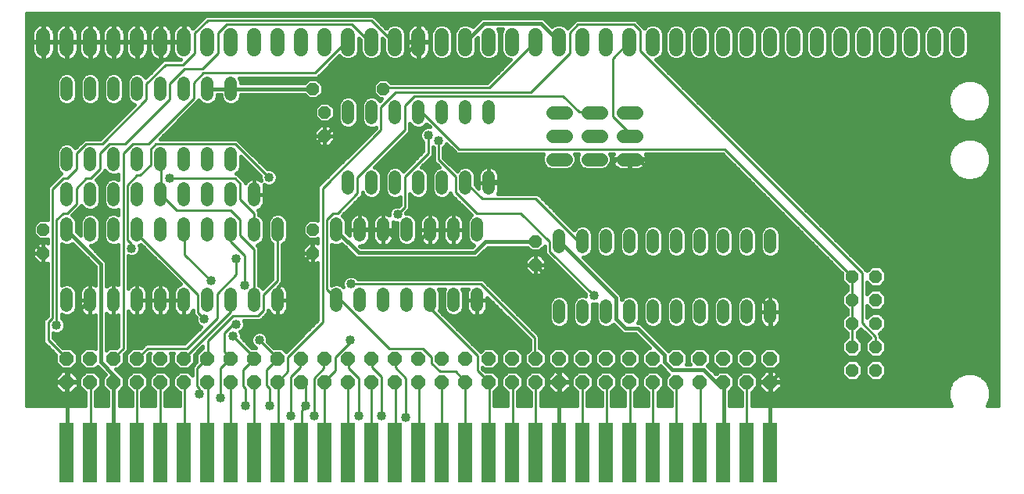
<source format=gbl>
G75*
%MOIN*%
%OFA0B0*%
%FSLAX24Y24*%
%IPPOS*%
%LPD*%
%AMOC8*
5,1,8,0,0,1.08239X$1,22.5*
%
%ADD10R,0.0600X0.2550*%
%ADD11OC8,0.0520*%
%ADD12OC8,0.0600*%
%ADD13C,0.0520*%
%ADD14C,0.0600*%
%ADD15C,0.0560*%
%ADD16OC8,0.0560*%
%ADD17C,0.0100*%
%ADD18C,0.0400*%
%ADD19C,0.0160*%
D10*
X002180Y001940D03*
X003180Y001940D03*
X004180Y001940D03*
X005180Y001940D03*
X006180Y001940D03*
X007180Y001940D03*
X008180Y001940D03*
X009180Y001940D03*
X010180Y001940D03*
X011180Y001940D03*
X012180Y001940D03*
X013180Y001940D03*
X014180Y001940D03*
X015180Y001940D03*
X016180Y001940D03*
X017180Y001940D03*
X018180Y001940D03*
X019180Y001940D03*
X020180Y001940D03*
X021180Y001940D03*
X022180Y001940D03*
X023180Y001940D03*
X024180Y001940D03*
X025180Y001940D03*
X026180Y001940D03*
X027180Y001940D03*
X028180Y001940D03*
X029180Y001940D03*
X030180Y001940D03*
X031180Y001940D03*
X032180Y001940D03*
D11*
X022180Y009940D03*
X022180Y010940D03*
X013180Y015440D03*
X013180Y016440D03*
X012680Y017440D03*
X015680Y017440D03*
X012680Y011440D03*
X012680Y010440D03*
X001180Y010440D03*
X001180Y011440D03*
D12*
X002180Y005940D03*
X003180Y005940D03*
X004180Y005940D03*
X005180Y005940D03*
X006180Y005940D03*
X007180Y005940D03*
X008180Y005940D03*
X009180Y005940D03*
X010180Y005940D03*
X011180Y005940D03*
X012180Y005940D03*
X013180Y005940D03*
X014180Y005940D03*
X015180Y005940D03*
X016180Y005940D03*
X017180Y005940D03*
X018180Y005940D03*
X019180Y005940D03*
X020180Y005940D03*
X021180Y005940D03*
X022180Y005940D03*
X023180Y005940D03*
X024180Y005940D03*
X025180Y005940D03*
X026180Y005940D03*
X027180Y005940D03*
X028180Y005940D03*
X029180Y005940D03*
X030180Y005940D03*
X031180Y005940D03*
X032180Y005940D03*
X032180Y004940D03*
X031180Y004940D03*
X030180Y004940D03*
X029180Y004940D03*
X028180Y004940D03*
X027180Y004940D03*
X026180Y004940D03*
X025180Y004940D03*
X024180Y004940D03*
X023180Y004940D03*
X022180Y004940D03*
X021180Y004940D03*
X020180Y004940D03*
X019180Y004940D03*
X018180Y004940D03*
X017180Y004940D03*
X016180Y004940D03*
X015180Y004940D03*
X014180Y004940D03*
X013180Y004940D03*
X012180Y004940D03*
X011180Y004940D03*
X010180Y004940D03*
X009180Y004940D03*
X008180Y004940D03*
X007180Y004940D03*
X006180Y004940D03*
X005180Y004940D03*
X004180Y004940D03*
X003180Y004940D03*
X002180Y004940D03*
D13*
X002180Y008180D02*
X002180Y008700D01*
X003180Y008700D02*
X003180Y008180D01*
X004180Y008180D02*
X004180Y008700D01*
X005180Y008700D02*
X005180Y008180D01*
X006180Y008180D02*
X006180Y008700D01*
X007180Y008700D02*
X007180Y008180D01*
X008180Y008180D02*
X008180Y008700D01*
X009180Y008700D02*
X009180Y008180D01*
X010180Y008180D02*
X010180Y008700D01*
X011180Y008700D02*
X011180Y008180D01*
X013680Y008180D02*
X013680Y008700D01*
X014680Y008700D02*
X014680Y008180D01*
X015680Y008180D02*
X015680Y008700D01*
X016680Y008700D02*
X016680Y008180D01*
X017680Y008180D02*
X017680Y008700D01*
X018680Y008700D02*
X018680Y008180D01*
X019680Y008180D02*
X019680Y008700D01*
X023180Y008200D02*
X023180Y007680D01*
X024180Y007680D02*
X024180Y008200D01*
X025180Y008200D02*
X025180Y007680D01*
X026180Y007680D02*
X026180Y008200D01*
X027180Y008200D02*
X027180Y007680D01*
X028180Y007680D02*
X028180Y008200D01*
X029180Y008200D02*
X029180Y007680D01*
X030180Y007680D02*
X030180Y008200D01*
X031180Y008200D02*
X031180Y007680D01*
X032180Y007680D02*
X032180Y008200D01*
X032180Y010680D02*
X032180Y011200D01*
X031180Y011200D02*
X031180Y010680D01*
X030180Y010680D02*
X030180Y011200D01*
X029180Y011200D02*
X029180Y010680D01*
X028180Y010680D02*
X028180Y011200D01*
X027180Y011200D02*
X027180Y010680D01*
X026180Y010680D02*
X026180Y011200D01*
X025180Y011200D02*
X025180Y010680D01*
X024180Y010680D02*
X024180Y011200D01*
X023180Y011200D02*
X023180Y010680D01*
X019680Y011180D02*
X019680Y011700D01*
X018680Y011700D02*
X018680Y011180D01*
X017680Y011180D02*
X017680Y011700D01*
X016680Y011700D02*
X016680Y011180D01*
X015680Y011180D02*
X015680Y011700D01*
X014680Y011700D02*
X014680Y011180D01*
X013680Y011180D02*
X013680Y011700D01*
X011180Y011700D02*
X011180Y011180D01*
X010180Y011180D02*
X010180Y011700D01*
X009180Y011700D02*
X009180Y011180D01*
X008180Y011180D02*
X008180Y011700D01*
X007180Y011700D02*
X007180Y011180D01*
X006180Y011180D02*
X006180Y011700D01*
X005180Y011700D02*
X005180Y011180D01*
X004180Y011180D02*
X004180Y011700D01*
X003180Y011700D02*
X003180Y011180D01*
X002180Y011180D02*
X002180Y011700D01*
X002180Y012680D02*
X002180Y013200D01*
X003180Y013200D02*
X003180Y012680D01*
X004180Y012680D02*
X004180Y013200D01*
X005180Y013200D02*
X005180Y012680D01*
X006180Y012680D02*
X006180Y013200D01*
X007180Y013200D02*
X007180Y012680D01*
X008180Y012680D02*
X008180Y013200D01*
X009180Y013200D02*
X009180Y012680D01*
X010180Y012680D02*
X010180Y013200D01*
X009180Y014180D02*
X009180Y014700D01*
X008180Y014700D02*
X008180Y014180D01*
X007180Y014180D02*
X007180Y014700D01*
X006180Y014700D02*
X006180Y014180D01*
X005180Y014180D02*
X005180Y014700D01*
X004180Y014700D02*
X004180Y014180D01*
X003180Y014180D02*
X003180Y014700D01*
X002180Y014700D02*
X002180Y014180D01*
X002180Y017180D02*
X002180Y017700D01*
X003180Y017700D02*
X003180Y017180D01*
X004180Y017180D02*
X004180Y017700D01*
X005180Y017700D02*
X005180Y017180D01*
X006180Y017180D02*
X006180Y017700D01*
X007180Y017700D02*
X007180Y017180D01*
X008180Y017180D02*
X008180Y017700D01*
X009180Y017700D02*
X009180Y017180D01*
X014180Y016700D02*
X014180Y016180D01*
X015180Y016180D02*
X015180Y016700D01*
X016180Y016700D02*
X016180Y016180D01*
X017180Y016180D02*
X017180Y016700D01*
X018180Y016700D02*
X018180Y016180D01*
X019180Y016180D02*
X019180Y016700D01*
X020180Y016700D02*
X020180Y016180D01*
X020180Y013700D02*
X020180Y013180D01*
X019180Y013180D02*
X019180Y013700D01*
X018180Y013700D02*
X018180Y013180D01*
X017180Y013180D02*
X017180Y013700D01*
X016180Y013700D02*
X016180Y013180D01*
X015180Y013180D02*
X015180Y013700D01*
X014180Y013700D02*
X014180Y013180D01*
D14*
X014180Y019140D02*
X014180Y019740D01*
X013180Y019740D02*
X013180Y019140D01*
X012180Y019140D02*
X012180Y019740D01*
X011180Y019740D02*
X011180Y019140D01*
X010180Y019140D02*
X010180Y019740D01*
X009180Y019740D02*
X009180Y019140D01*
X008180Y019140D02*
X008180Y019740D01*
X007180Y019740D02*
X007180Y019140D01*
X006180Y019140D02*
X006180Y019740D01*
X005180Y019740D02*
X005180Y019140D01*
X004180Y019140D02*
X004180Y019740D01*
X003180Y019740D02*
X003180Y019140D01*
X002180Y019140D02*
X002180Y019740D01*
X001180Y019740D02*
X001180Y019140D01*
X015180Y019140D02*
X015180Y019740D01*
X016180Y019740D02*
X016180Y019140D01*
X017180Y019140D02*
X017180Y019740D01*
X018180Y019740D02*
X018180Y019140D01*
X019180Y019140D02*
X019180Y019740D01*
X020180Y019740D02*
X020180Y019140D01*
X021180Y019140D02*
X021180Y019740D01*
X022180Y019740D02*
X022180Y019140D01*
X023180Y019140D02*
X023180Y019740D01*
X024180Y019740D02*
X024180Y019140D01*
X025180Y019140D02*
X025180Y019740D01*
X026180Y019740D02*
X026180Y019140D01*
X027180Y019140D02*
X027180Y019740D01*
X028180Y019740D02*
X028180Y019140D01*
X029180Y019140D02*
X029180Y019740D01*
X030180Y019740D02*
X030180Y019140D01*
X031180Y019140D02*
X031180Y019740D01*
X032180Y019740D02*
X032180Y019140D01*
X033180Y019140D02*
X033180Y019740D01*
X034180Y019740D02*
X034180Y019140D01*
X035180Y019140D02*
X035180Y019740D01*
X036180Y019740D02*
X036180Y019140D01*
X037180Y019140D02*
X037180Y019740D01*
X038180Y019740D02*
X038180Y019140D01*
X039180Y019140D02*
X039180Y019740D01*
X040180Y019740D02*
X040180Y019140D01*
D15*
X026460Y016440D02*
X025900Y016440D01*
X024960Y016440D02*
X024400Y016440D01*
X023460Y016440D02*
X022900Y016440D01*
X022900Y015440D02*
X023460Y015440D01*
X024400Y015440D02*
X024960Y015440D01*
X025900Y015440D02*
X026460Y015440D01*
X026460Y014440D02*
X025900Y014440D01*
X024960Y014440D02*
X024400Y014440D01*
X023460Y014440D02*
X022900Y014440D01*
D16*
X035680Y009440D03*
X036680Y009440D03*
X036680Y008440D03*
X035680Y008440D03*
X035680Y007440D03*
X036680Y007440D03*
X036680Y006440D03*
X035680Y006440D03*
X035680Y005440D03*
X036680Y005440D03*
D17*
X036680Y006440D02*
X036675Y006460D01*
X036675Y006865D01*
X036090Y007450D01*
X036090Y009610D01*
X026640Y019060D01*
X026640Y019915D01*
X026370Y020185D01*
X023985Y020185D01*
X023625Y019825D01*
X023625Y018970D01*
X021960Y017305D01*
X016200Y017305D01*
X015570Y016675D01*
X015570Y015685D01*
X013095Y013210D01*
X013095Y007495D01*
X011610Y006010D01*
X011610Y005380D01*
X011205Y004975D01*
X011180Y004940D01*
X011205Y004930D01*
X011205Y001960D01*
X011180Y001940D01*
X010180Y001940D02*
X010170Y001960D01*
X010170Y004930D01*
X010180Y004940D01*
X009810Y004660D02*
X009720Y004750D01*
X009720Y005470D01*
X010170Y005920D01*
X010180Y005940D01*
X010215Y005965D01*
X009270Y006910D01*
X008910Y007045D02*
X008910Y006235D01*
X009180Y005965D01*
X009180Y005940D01*
X009135Y005920D01*
X008730Y005515D01*
X008730Y004255D01*
X007830Y004435D02*
X007830Y004660D01*
X007740Y004750D01*
X007740Y005515D01*
X008145Y005920D01*
X008180Y005940D01*
X008190Y005965D01*
X008190Y006685D01*
X009270Y007765D01*
X010350Y007765D01*
X010575Y007990D01*
X010575Y008665D01*
X011160Y009250D01*
X011160Y011410D01*
X011180Y011440D01*
X010180Y011440D02*
X010170Y011455D01*
X010170Y012130D01*
X009585Y012715D01*
X009585Y013390D01*
X009360Y013615D01*
X006570Y013615D01*
X006210Y012985D02*
X006180Y012940D01*
X006210Y012940D01*
X006885Y012265D01*
X009180Y012265D01*
X009585Y011860D01*
X009585Y011185D01*
X010170Y010600D01*
X010170Y008440D01*
X010180Y008440D01*
X009765Y009070D02*
X009765Y010330D01*
X009180Y010915D01*
X009180Y011440D01*
X007200Y011410D02*
X007200Y010375D01*
X008325Y009250D01*
X008595Y008710D02*
X008595Y007675D01*
X007290Y006370D01*
X005625Y006370D01*
X005220Y005965D01*
X005180Y005940D01*
X004590Y006370D02*
X004185Y005965D01*
X004180Y005940D01*
X004590Y006370D02*
X004590Y014695D01*
X004995Y015100D01*
X005670Y015100D01*
X007605Y017035D01*
X007605Y017710D01*
X008010Y018115D01*
X012780Y018115D01*
X014085Y019420D01*
X014175Y019420D01*
X014180Y019440D01*
X014355Y020185D02*
X015075Y019465D01*
X015165Y019465D01*
X015180Y019440D01*
X016065Y019465D02*
X015165Y020365D01*
X008190Y020365D01*
X007650Y019825D01*
X007650Y018970D01*
X007155Y018475D01*
X006390Y018475D01*
X005580Y017665D01*
X005580Y016990D01*
X003690Y015100D01*
X003015Y015100D01*
X002610Y014695D01*
X002610Y014020D01*
X002205Y013615D01*
X002025Y013615D01*
X001575Y013165D01*
X001575Y007675D01*
X001395Y007495D01*
X001395Y006730D01*
X002160Y005965D01*
X002180Y005940D01*
X003180Y004940D02*
X003195Y004930D01*
X003195Y001960D01*
X003180Y001940D01*
X005175Y001960D02*
X005180Y001940D01*
X005175Y001960D02*
X005175Y004930D01*
X005180Y004940D01*
X006165Y004930D02*
X006180Y004940D01*
X006165Y004930D02*
X006165Y001960D01*
X006180Y001940D01*
X007180Y001940D02*
X007200Y001960D01*
X007200Y004930D01*
X007180Y004940D01*
X008180Y004940D02*
X008190Y004930D01*
X008190Y001960D01*
X008180Y001940D01*
X009180Y001940D02*
X009180Y004940D01*
X009810Y004660D02*
X009810Y003940D01*
X010845Y003940D02*
X010845Y004660D01*
X010710Y004795D01*
X010710Y005470D01*
X011180Y005940D01*
X011160Y005965D01*
X010395Y006730D01*
X009270Y007405D02*
X008910Y007045D01*
X009270Y007405D02*
X009405Y007405D01*
X009180Y007945D02*
X007200Y005965D01*
X007180Y005940D01*
X008055Y007630D02*
X007785Y007900D01*
X007785Y008665D01*
X005220Y011230D01*
X005220Y011410D01*
X005180Y011440D01*
X004770Y011005D02*
X004770Y013345D01*
X005175Y013750D01*
X005310Y013750D01*
X005760Y014200D01*
X005760Y014875D01*
X005985Y015100D01*
X009360Y015100D01*
X010800Y013660D01*
X013275Y011860D02*
X013545Y012130D01*
X013725Y012130D01*
X014580Y012985D01*
X014580Y013660D01*
X016605Y015685D01*
X016605Y016720D01*
X017010Y017125D01*
X023355Y017125D01*
X024030Y016450D01*
X024660Y016450D01*
X024680Y016440D01*
X025470Y016270D02*
X025470Y018745D01*
X026145Y019420D01*
X026180Y019440D01*
X022180Y019440D02*
X022140Y019420D01*
X020205Y017485D01*
X015750Y017485D01*
X015705Y017440D01*
X015680Y017440D01*
X017180Y016440D02*
X017190Y016405D01*
X017370Y016405D01*
X018900Y014875D01*
X030240Y014875D01*
X035640Y009475D01*
X035680Y009440D01*
X035685Y009430D01*
X035685Y008440D01*
X035680Y008440D01*
X035685Y008395D01*
X035685Y007450D01*
X035680Y007440D01*
X035685Y007405D01*
X035685Y006460D01*
X035680Y006440D01*
X031185Y004930D02*
X031180Y004940D01*
X031185Y004930D02*
X031185Y001960D01*
X031180Y001940D01*
X029205Y001960D02*
X029180Y001940D01*
X029205Y001960D02*
X029205Y004930D01*
X029180Y004940D01*
X028180Y004940D02*
X028170Y004930D01*
X028170Y001960D01*
X028180Y001940D01*
X027180Y001940D02*
X027180Y004940D01*
X026190Y004930D02*
X026180Y004940D01*
X026190Y004930D02*
X026190Y001960D01*
X026180Y001940D01*
X025200Y001960D02*
X025180Y001940D01*
X025200Y001960D02*
X025200Y004930D01*
X025180Y004940D01*
X024180Y004940D02*
X024165Y004930D01*
X024165Y001960D01*
X024180Y001940D01*
X022185Y001960D02*
X022180Y001940D01*
X022185Y001960D02*
X022185Y004930D01*
X022180Y004940D01*
X021195Y004930D02*
X021180Y004940D01*
X021195Y004930D02*
X021195Y001960D01*
X021180Y001940D01*
X020205Y001960D02*
X020180Y001940D01*
X020205Y001960D02*
X020205Y004930D01*
X020180Y004940D01*
X020160Y004975D01*
X019710Y005425D01*
X019710Y006055D01*
X017685Y008080D01*
X017685Y008440D01*
X017680Y008440D01*
X019845Y009115D02*
X022140Y006820D01*
X022140Y005965D01*
X022180Y005940D01*
X019170Y004975D02*
X019180Y004940D01*
X019170Y004930D01*
X019170Y001960D01*
X019180Y001940D01*
X018180Y001940D02*
X018180Y004940D01*
X018090Y005380D02*
X018765Y005380D01*
X019170Y004975D01*
X018090Y005380D02*
X017730Y005740D01*
X017730Y006010D01*
X017370Y006370D01*
X015930Y006370D01*
X013860Y008440D01*
X013680Y008440D01*
X013680Y008485D01*
X013275Y008890D01*
X013275Y011860D01*
X016290Y012085D02*
X016605Y012400D01*
X016605Y013705D01*
X017595Y014695D01*
X017595Y015460D01*
X018045Y015235D02*
X018045Y014425D01*
X018765Y013705D01*
X018765Y013030D01*
X019665Y012130D01*
X021555Y012130D01*
X022770Y010915D01*
X022770Y010510D01*
X024660Y008620D01*
X024180Y010940D02*
X024165Y010960D01*
X023985Y010960D01*
X022185Y012760D01*
X019890Y012760D01*
X019215Y013435D01*
X019180Y013440D01*
X025470Y016270D02*
X026145Y015595D01*
X026145Y015460D01*
X026180Y015440D01*
X016180Y019440D02*
X016155Y019465D01*
X016065Y019465D01*
X014355Y020185D02*
X009000Y020185D01*
X008640Y019825D01*
X008640Y018970D01*
X007965Y018295D01*
X007200Y018295D01*
X006570Y017665D01*
X006570Y016990D01*
X004680Y015100D01*
X004005Y015100D01*
X003600Y014695D01*
X003600Y014020D01*
X003195Y013615D01*
X003015Y013615D01*
X002610Y013210D01*
X002610Y012535D01*
X002205Y012130D01*
X002025Y012130D01*
X001755Y011860D01*
X001755Y007360D01*
X004950Y010645D02*
X004950Y010825D01*
X004770Y011005D01*
X007180Y011440D02*
X007200Y011410D01*
X009405Y010195D02*
X009405Y009520D01*
X008595Y008710D01*
X009180Y008440D02*
X009180Y007945D01*
X012150Y005920D02*
X012180Y005940D01*
X012150Y005920D02*
X012150Y005560D01*
X011745Y005155D01*
X011745Y003490D01*
X012195Y003715D02*
X012375Y003895D01*
X012375Y003940D01*
X012375Y004750D01*
X012195Y004930D01*
X012180Y004940D01*
X012735Y005110D02*
X012735Y003490D01*
X012195Y003715D02*
X012195Y001960D01*
X012180Y001940D01*
X013180Y001940D02*
X013185Y001960D01*
X013185Y004930D01*
X013180Y004940D01*
X013185Y004975D01*
X013635Y005425D01*
X013635Y006010D01*
X014265Y006640D01*
X014265Y006730D01*
X014180Y005940D02*
X014220Y005920D01*
X014220Y005515D01*
X014625Y005110D01*
X014625Y003490D01*
X015615Y003490D02*
X015615Y005155D01*
X015210Y005560D01*
X015210Y005920D01*
X015180Y005940D01*
X016180Y005940D02*
X016200Y005920D01*
X016200Y005560D01*
X016650Y005110D01*
X016650Y003445D01*
X016200Y001960D02*
X016180Y001940D01*
X016200Y001960D02*
X016200Y004930D01*
X016180Y004940D01*
X017180Y004940D02*
X017190Y004930D01*
X017190Y001960D01*
X017180Y001940D01*
X015180Y001940D02*
X015165Y001960D01*
X015165Y004930D01*
X015180Y004940D01*
X014180Y004940D02*
X014175Y004930D01*
X014175Y001960D01*
X014180Y001940D01*
X012735Y005110D02*
X013140Y005515D01*
X013140Y005920D01*
X013180Y005940D01*
X014310Y009115D02*
X019845Y009115D01*
X006210Y012985D02*
X006210Y014425D01*
X006180Y014440D01*
D18*
X006570Y013615D03*
X010800Y013660D03*
X016290Y012085D03*
X014310Y009115D03*
X009765Y009070D03*
X008325Y009250D03*
X009405Y010195D03*
X004950Y010645D03*
X008055Y007630D03*
X009405Y007405D03*
X009270Y006910D03*
X010395Y006730D03*
X014265Y006730D03*
X012375Y003940D03*
X012735Y003490D03*
X011745Y003490D03*
X010845Y003940D03*
X009810Y003940D03*
X008730Y004255D03*
X007830Y004435D03*
X001755Y007360D03*
X014625Y003490D03*
X015615Y003490D03*
X016650Y003445D03*
X024660Y008620D03*
X018045Y015235D03*
X017595Y015460D03*
D19*
X017266Y015607D02*
X016815Y015607D01*
X016815Y015598D02*
X016815Y015964D01*
X016824Y015942D01*
X016942Y015824D01*
X017096Y015760D01*
X017264Y015760D01*
X017418Y015824D01*
X017536Y015942D01*
X017658Y015820D01*
X017523Y015820D01*
X017391Y015765D01*
X017290Y015664D01*
X017235Y015532D01*
X017235Y015388D01*
X017290Y015256D01*
X017385Y015161D01*
X017385Y014782D01*
X016537Y013934D01*
X016536Y013938D01*
X016418Y014056D01*
X016264Y014120D01*
X016096Y014120D01*
X015942Y014056D01*
X015824Y013938D01*
X015760Y013784D01*
X015760Y013096D01*
X015824Y012942D01*
X015942Y012824D01*
X016096Y012760D01*
X016264Y012760D01*
X016395Y012814D01*
X016395Y012487D01*
X016353Y012445D01*
X016218Y012445D01*
X016086Y012390D01*
X015985Y012289D01*
X015930Y012157D01*
X015930Y012062D01*
X015911Y012076D01*
X015849Y012108D01*
X015783Y012129D01*
X015715Y012140D01*
X015680Y012140D01*
X015680Y011440D01*
X015750Y011410D01*
X015840Y011410D01*
X016515Y010735D01*
X016965Y010735D01*
X017640Y011410D01*
X017680Y011440D01*
X018120Y011440D01*
X018120Y011735D01*
X018109Y011803D01*
X018251Y011803D01*
X018240Y011735D01*
X018240Y011440D01*
X018680Y011440D01*
X019120Y011440D01*
X019120Y011735D01*
X019109Y011803D01*
X019268Y011803D01*
X019260Y011784D02*
X019260Y011096D01*
X019324Y010942D01*
X019442Y010824D01*
X019550Y010779D01*
X019476Y010705D01*
X014724Y010705D01*
X014689Y010740D01*
X014715Y010740D01*
X014783Y010751D01*
X014849Y010772D01*
X014911Y010804D01*
X014967Y010844D01*
X015016Y010893D01*
X015056Y010949D01*
X015088Y011011D01*
X015109Y011077D01*
X015120Y011145D01*
X015120Y011440D01*
X015120Y011735D01*
X015109Y011803D01*
X015251Y011803D01*
X015240Y011735D01*
X015240Y011440D01*
X015680Y011440D01*
X015660Y011455D01*
X014715Y011455D01*
X014680Y011440D01*
X014680Y011440D01*
X014680Y012140D01*
X014715Y012140D01*
X014783Y012129D01*
X014849Y012108D01*
X014911Y012076D01*
X014967Y012036D01*
X015016Y011987D01*
X015056Y011931D01*
X015088Y011869D01*
X015109Y011803D01*
X015251Y011803D02*
X015272Y011869D01*
X015304Y011931D01*
X015344Y011987D01*
X015393Y012036D01*
X015449Y012076D01*
X015511Y012108D01*
X015577Y012129D01*
X015645Y012140D01*
X015680Y012140D01*
X015680Y011440D01*
X016120Y011440D01*
X016120Y011735D01*
X016115Y011768D01*
X016218Y011725D01*
X016260Y011725D01*
X016260Y011096D01*
X016324Y010942D01*
X016442Y010824D01*
X016596Y010760D01*
X016764Y010760D01*
X016918Y010824D01*
X017036Y010942D01*
X017100Y011096D01*
X017100Y011784D01*
X017036Y011938D01*
X016918Y012056D01*
X016764Y012120D01*
X016650Y012120D01*
X016650Y012148D01*
X016815Y012313D01*
X016815Y012964D01*
X016824Y012942D01*
X016942Y012824D01*
X017096Y012760D01*
X017264Y012760D01*
X017418Y012824D01*
X017536Y012942D01*
X017600Y013096D01*
X017600Y013784D01*
X017536Y013938D01*
X017418Y014056D01*
X017301Y014104D01*
X017805Y014608D01*
X017805Y014966D01*
X017835Y014936D01*
X017835Y014338D01*
X018066Y014107D01*
X017942Y014056D01*
X017824Y013938D01*
X017760Y013784D01*
X017760Y013096D01*
X017824Y012942D01*
X017942Y012824D01*
X018096Y012760D01*
X018264Y012760D01*
X018418Y012824D01*
X018536Y012942D01*
X018555Y012988D01*
X018555Y012943D01*
X019442Y012056D01*
X019324Y011938D01*
X019260Y011784D01*
X019260Y011645D02*
X019120Y011645D01*
X019109Y011803D02*
X019088Y011869D01*
X019056Y011931D01*
X019016Y011987D01*
X018967Y012036D01*
X018911Y012076D01*
X018849Y012108D01*
X018783Y012129D01*
X018715Y012140D01*
X018680Y012140D01*
X018680Y011440D01*
X018680Y011440D01*
X018680Y011440D01*
X019120Y011440D01*
X019120Y011145D01*
X019109Y011077D01*
X019088Y011011D01*
X019056Y010949D01*
X019016Y010893D01*
X018967Y010844D01*
X018911Y010804D01*
X018849Y010772D01*
X018783Y010751D01*
X018715Y010740D01*
X018680Y010740D01*
X018680Y011440D01*
X018680Y011440D01*
X018680Y011440D01*
X018680Y012140D01*
X018645Y012140D01*
X018577Y012129D01*
X018511Y012108D01*
X018449Y012076D01*
X018393Y012036D01*
X018344Y011987D01*
X018304Y011931D01*
X018272Y011869D01*
X018251Y011803D01*
X018109Y011803D02*
X018088Y011869D01*
X018056Y011931D01*
X018016Y011987D01*
X017967Y012036D01*
X017911Y012076D01*
X017849Y012108D01*
X017783Y012129D01*
X017715Y012140D01*
X017680Y012140D01*
X017680Y011440D01*
X017680Y011440D01*
X017680Y011440D01*
X018120Y011440D01*
X018120Y011145D01*
X018109Y011077D01*
X018088Y011011D01*
X018056Y010949D01*
X018016Y010893D01*
X017967Y010844D01*
X017911Y010804D01*
X017849Y010772D01*
X017783Y010751D01*
X017715Y010740D01*
X017680Y010740D01*
X017680Y011440D01*
X017680Y011440D01*
X017680Y011440D01*
X017240Y011440D01*
X017240Y011735D01*
X017251Y011803D01*
X017092Y011803D01*
X017100Y011645D02*
X017240Y011645D01*
X017251Y011803D02*
X017272Y011869D01*
X017304Y011931D01*
X017344Y011987D01*
X017393Y012036D01*
X017449Y012076D01*
X017511Y012108D01*
X017577Y012129D01*
X017645Y012140D01*
X017680Y012140D01*
X017680Y011440D01*
X017680Y010740D01*
X017645Y010740D01*
X017577Y010751D01*
X017511Y010772D01*
X017449Y010804D01*
X017393Y010844D01*
X017344Y010893D01*
X017304Y010949D01*
X017272Y011011D01*
X017251Y011077D01*
X017240Y011145D01*
X017240Y011440D01*
X017680Y011440D01*
X017680Y011486D02*
X017680Y011486D01*
X017680Y011328D02*
X017680Y011328D01*
X017680Y011169D02*
X017680Y011169D01*
X017680Y011011D02*
X017680Y011011D01*
X017680Y010852D02*
X017680Y010852D01*
X017974Y010852D02*
X018386Y010852D01*
X018393Y010844D02*
X018449Y010804D01*
X018511Y010772D01*
X018577Y010751D01*
X018645Y010740D01*
X018680Y010740D01*
X018680Y011440D01*
X018240Y011440D01*
X018240Y011145D01*
X018251Y011077D01*
X018272Y011011D01*
X018304Y010949D01*
X018344Y010893D01*
X018393Y010844D01*
X018273Y011011D02*
X018087Y011011D01*
X018120Y011169D02*
X018240Y011169D01*
X018240Y011328D02*
X018120Y011328D01*
X018120Y011486D02*
X018240Y011486D01*
X018240Y011645D02*
X018120Y011645D01*
X018034Y011962D02*
X018326Y011962D01*
X018549Y012120D02*
X017811Y012120D01*
X017680Y012120D02*
X017680Y012120D01*
X017549Y012120D02*
X016650Y012120D01*
X016781Y012279D02*
X019219Y012279D01*
X019061Y012437D02*
X016815Y012437D01*
X016815Y012596D02*
X018902Y012596D01*
X018744Y012754D02*
X016815Y012754D01*
X016815Y012913D02*
X016854Y012913D01*
X016395Y012754D02*
X014646Y012754D01*
X014790Y012898D02*
X014790Y013024D01*
X014824Y012942D01*
X014942Y012824D01*
X015096Y012760D01*
X015264Y012760D01*
X015418Y012824D01*
X015536Y012942D01*
X015600Y013096D01*
X015600Y013784D01*
X015536Y013938D01*
X015418Y014056D01*
X015315Y014098D01*
X016815Y015598D01*
X016815Y015766D02*
X017083Y015766D01*
X017277Y015766D02*
X017392Y015766D01*
X017518Y015924D02*
X017554Y015924D01*
X017235Y015449D02*
X016666Y015449D01*
X016507Y015290D02*
X017276Y015290D01*
X017385Y015132D02*
X016349Y015132D01*
X016190Y014973D02*
X017385Y014973D01*
X017385Y014815D02*
X016032Y014815D01*
X015873Y014656D02*
X017259Y014656D01*
X017101Y014498D02*
X015715Y014498D01*
X015556Y014339D02*
X016942Y014339D01*
X016784Y014181D02*
X015398Y014181D01*
X015452Y014022D02*
X015908Y014022D01*
X015793Y013864D02*
X015567Y013864D01*
X015600Y013705D02*
X015760Y013705D01*
X015760Y013547D02*
X015600Y013547D01*
X015600Y013388D02*
X015760Y013388D01*
X015760Y013230D02*
X015600Y013230D01*
X015589Y013071D02*
X015771Y013071D01*
X015854Y012913D02*
X015506Y012913D01*
X014854Y012913D02*
X014790Y012913D01*
X014790Y012898D02*
X013935Y012043D01*
X013933Y012041D01*
X014036Y011938D01*
X014100Y011784D01*
X014100Y011329D01*
X014240Y011189D01*
X014240Y011440D01*
X014680Y011440D01*
X015120Y011440D01*
X014680Y011440D01*
X014680Y011440D01*
X014680Y011440D01*
X014680Y012140D01*
X014645Y012140D01*
X014577Y012129D01*
X014511Y012108D01*
X014449Y012076D01*
X014393Y012036D01*
X014344Y011987D01*
X014304Y011931D01*
X014272Y011869D01*
X014251Y011803D01*
X014092Y011803D01*
X014100Y011645D02*
X014240Y011645D01*
X014240Y011735D02*
X014240Y011440D01*
X014680Y011440D01*
X014680Y011486D02*
X014680Y011486D01*
X014680Y011645D02*
X014680Y011645D01*
X014680Y011803D02*
X014680Y011803D01*
X014680Y011962D02*
X014680Y011962D01*
X014680Y012120D02*
X014680Y012120D01*
X014811Y012120D02*
X015549Y012120D01*
X015680Y012120D02*
X015680Y012120D01*
X015811Y012120D02*
X015930Y012120D01*
X015980Y012279D02*
X014171Y012279D01*
X014329Y012437D02*
X016199Y012437D01*
X016395Y012596D02*
X014488Y012596D01*
X014549Y012120D02*
X014012Y012120D01*
X014012Y011962D02*
X014326Y011962D01*
X014251Y011803D02*
X014240Y011735D01*
X014240Y011486D02*
X014100Y011486D01*
X014102Y011328D02*
X014240Y011328D01*
X013680Y011410D02*
X013680Y011440D01*
X013680Y011410D02*
X014625Y010465D01*
X019575Y010465D01*
X020025Y010915D01*
X022140Y010915D01*
X022180Y010940D01*
X021851Y010675D02*
X022006Y010520D01*
X022354Y010520D01*
X022560Y010726D01*
X022560Y010423D01*
X024300Y008683D01*
X024300Y008605D01*
X024264Y008620D01*
X024096Y008620D01*
X023942Y008556D01*
X023824Y008438D01*
X023760Y008284D01*
X023760Y007596D01*
X023824Y007442D01*
X023942Y007324D01*
X024096Y007260D01*
X024264Y007260D01*
X024418Y007324D01*
X024536Y007442D01*
X024600Y007596D01*
X024600Y008260D01*
X024732Y008260D01*
X024760Y008272D01*
X024760Y007596D01*
X024824Y007442D01*
X024942Y007324D01*
X025096Y007260D01*
X025264Y007260D01*
X025418Y007324D01*
X025495Y007401D01*
X025874Y007022D01*
X025962Y006985D01*
X026451Y006985D01*
X027036Y006400D01*
X026989Y006400D01*
X026720Y006131D01*
X026720Y005749D01*
X026989Y005480D01*
X027371Y005480D01*
X027506Y005615D01*
X027539Y005582D01*
X027854Y005267D01*
X027855Y005266D01*
X027720Y005131D01*
X027720Y004749D01*
X027960Y004509D01*
X027960Y003940D01*
X027390Y003940D01*
X027390Y004499D01*
X027640Y004749D01*
X027640Y005131D01*
X027371Y005400D01*
X026989Y005400D01*
X026720Y005131D01*
X026720Y004749D01*
X026970Y004499D01*
X026970Y003940D01*
X026400Y003940D01*
X026400Y004509D01*
X026640Y004749D01*
X026640Y005131D01*
X026371Y005400D01*
X025989Y005400D01*
X025720Y005131D01*
X025720Y004749D01*
X025980Y004489D01*
X025980Y003940D01*
X025410Y003940D01*
X025410Y004519D01*
X025640Y004749D01*
X025640Y005131D01*
X025371Y005400D01*
X024989Y005400D01*
X024720Y005131D01*
X024720Y004749D01*
X024989Y004480D01*
X024990Y004480D01*
X024990Y003940D01*
X024375Y003940D01*
X024375Y004484D01*
X024640Y004749D01*
X024640Y005131D01*
X024371Y005400D01*
X023989Y005400D01*
X023720Y005131D01*
X023720Y004749D01*
X023955Y004514D01*
X023955Y003940D01*
X022395Y003940D01*
X022395Y004504D01*
X022640Y004749D01*
X022640Y005131D01*
X022371Y005400D01*
X021989Y005400D01*
X021720Y005131D01*
X021720Y004749D01*
X021975Y004494D01*
X021975Y003940D01*
X021405Y003940D01*
X021405Y004514D01*
X021640Y004749D01*
X021640Y005131D01*
X021371Y005400D01*
X020989Y005400D01*
X020720Y005131D01*
X020720Y004749D01*
X020985Y004484D01*
X020985Y003940D01*
X020415Y003940D01*
X020415Y004524D01*
X020640Y004749D01*
X020640Y005131D01*
X020371Y005400D01*
X020032Y005400D01*
X019920Y005512D01*
X019920Y005549D01*
X019989Y005480D01*
X020371Y005480D01*
X020640Y005749D01*
X020640Y006131D01*
X020371Y006400D01*
X019989Y006400D01*
X019826Y006236D01*
X019797Y006265D01*
X018061Y008001D01*
X018100Y008096D01*
X018100Y008784D01*
X018050Y008905D01*
X018310Y008905D01*
X018260Y008784D01*
X018260Y008096D01*
X018324Y007942D01*
X018442Y007824D01*
X018596Y007760D01*
X018764Y007760D01*
X018918Y007824D01*
X019036Y007942D01*
X019100Y008096D01*
X019100Y008784D01*
X019050Y008905D01*
X019291Y008905D01*
X019272Y008869D01*
X019251Y008803D01*
X019240Y008735D01*
X019240Y008440D01*
X019680Y008440D01*
X020120Y008440D01*
X020120Y008543D01*
X021930Y006733D01*
X021930Y006341D01*
X021720Y006131D01*
X021720Y005749D01*
X021989Y005480D01*
X022371Y005480D01*
X022640Y005749D01*
X022640Y006131D01*
X022371Y006400D01*
X022350Y006400D01*
X022350Y006907D01*
X022227Y007030D01*
X019932Y009325D01*
X014609Y009325D01*
X014514Y009420D01*
X014382Y009475D01*
X014238Y009475D01*
X014106Y009420D01*
X014005Y009319D01*
X013950Y009187D01*
X013950Y009043D01*
X013964Y009010D01*
X013918Y009056D01*
X013764Y009120D01*
X013596Y009120D01*
X013485Y009074D01*
X013485Y010806D01*
X013596Y010760D01*
X013764Y010760D01*
X013918Y010824D01*
X013922Y010828D01*
X014489Y010262D01*
X014577Y010225D01*
X019623Y010225D01*
X019711Y010262D01*
X019778Y010329D01*
X020124Y010675D01*
X021851Y010675D01*
X021991Y010535D02*
X019984Y010535D01*
X019826Y010377D02*
X021994Y010377D01*
X021998Y010380D02*
X021740Y010122D01*
X021740Y009940D01*
X022180Y009940D01*
X022185Y009925D01*
X022680Y009430D01*
X022680Y005785D01*
X023175Y005290D01*
X023175Y005020D01*
X023180Y004940D01*
X023175Y004930D01*
X023175Y001960D01*
X023180Y001940D01*
X023955Y004037D02*
X022395Y004037D01*
X022395Y004195D02*
X023955Y004195D01*
X023955Y004354D02*
X022395Y004354D01*
X022403Y004512D02*
X022929Y004512D01*
X022981Y004460D02*
X023160Y004460D01*
X023160Y004920D01*
X023200Y004920D01*
X023200Y004960D01*
X023660Y004960D01*
X023660Y005139D01*
X023379Y005420D01*
X023200Y005420D01*
X023200Y004960D01*
X023160Y004960D01*
X023160Y005420D01*
X022981Y005420D01*
X022700Y005139D01*
X022700Y004960D01*
X023160Y004960D01*
X023160Y004920D01*
X022700Y004920D01*
X022700Y004741D01*
X022981Y004460D01*
X023160Y004512D02*
X023200Y004512D01*
X023200Y004460D02*
X023379Y004460D01*
X023660Y004741D01*
X023660Y004920D01*
X023200Y004920D01*
X023200Y004460D01*
X023200Y004671D02*
X023160Y004671D01*
X023160Y004829D02*
X023200Y004829D01*
X023200Y004988D02*
X023160Y004988D01*
X023160Y005146D02*
X023200Y005146D01*
X023200Y005305D02*
X023160Y005305D01*
X022989Y005480D02*
X023371Y005480D01*
X023640Y005749D01*
X023640Y006131D01*
X023371Y006400D01*
X022989Y006400D01*
X022720Y006131D01*
X022720Y005749D01*
X022989Y005480D01*
X022848Y005622D02*
X022512Y005622D01*
X022640Y005780D02*
X022720Y005780D01*
X022720Y005939D02*
X022640Y005939D01*
X022640Y006097D02*
X022720Y006097D01*
X022845Y006256D02*
X022515Y006256D01*
X022350Y006414D02*
X027022Y006414D01*
X026863Y006573D02*
X022350Y006573D01*
X022350Y006731D02*
X026705Y006731D01*
X026546Y006890D02*
X022350Y006890D01*
X022209Y007048D02*
X025848Y007048D01*
X025689Y007207D02*
X022050Y007207D01*
X021892Y007365D02*
X022901Y007365D01*
X022942Y007324D02*
X023096Y007260D01*
X023264Y007260D01*
X023418Y007324D01*
X023536Y007442D01*
X023600Y007596D01*
X023600Y008284D01*
X023536Y008438D01*
X023418Y008556D01*
X023264Y008620D01*
X023096Y008620D01*
X022942Y008556D01*
X022824Y008438D01*
X022760Y008284D01*
X022760Y007596D01*
X022824Y007442D01*
X022942Y007324D01*
X022790Y007524D02*
X021733Y007524D01*
X021575Y007682D02*
X022760Y007682D01*
X022760Y007841D02*
X021416Y007841D01*
X021258Y007999D02*
X022760Y007999D01*
X022760Y008158D02*
X021099Y008158D01*
X020941Y008316D02*
X022773Y008316D01*
X022861Y008475D02*
X020782Y008475D01*
X020624Y008633D02*
X024300Y008633D01*
X024191Y008792D02*
X020465Y008792D01*
X020307Y008950D02*
X024033Y008950D01*
X023874Y009109D02*
X020148Y009109D01*
X019990Y009267D02*
X023716Y009267D01*
X023557Y009426D02*
X014501Y009426D01*
X014119Y009426D02*
X013485Y009426D01*
X013485Y009584D02*
X021914Y009584D01*
X021998Y009500D02*
X021740Y009758D01*
X021740Y009940D01*
X022180Y009940D01*
X022180Y009940D01*
X022180Y010380D01*
X022362Y010380D01*
X022620Y010122D01*
X022620Y009940D01*
X022180Y009940D01*
X022180Y009940D01*
X022180Y009940D01*
X022180Y010380D01*
X021998Y010380D01*
X022180Y010377D02*
X022180Y010377D01*
X022180Y010218D02*
X022180Y010218D01*
X022180Y010060D02*
X022180Y010060D01*
X022180Y009940D02*
X022620Y009940D01*
X022620Y009758D01*
X022362Y009500D01*
X022180Y009500D01*
X022180Y009940D01*
X022180Y009940D01*
X022180Y009500D01*
X021998Y009500D01*
X022180Y009584D02*
X022180Y009584D01*
X022180Y009743D02*
X022180Y009743D01*
X022180Y009901D02*
X022180Y009901D01*
X022446Y009584D02*
X023399Y009584D01*
X023240Y009743D02*
X022605Y009743D01*
X022620Y009901D02*
X023082Y009901D01*
X022923Y010060D02*
X022620Y010060D01*
X022524Y010218D02*
X022765Y010218D01*
X022606Y010377D02*
X022366Y010377D01*
X022369Y010535D02*
X022560Y010535D01*
X022560Y010694D02*
X022527Y010694D01*
X023180Y010940D02*
X023220Y010915D01*
X025605Y008530D01*
X025605Y007630D01*
X026010Y007225D01*
X026550Y007225D01*
X027675Y006100D01*
X027675Y005785D01*
X027990Y005470D01*
X029340Y005470D01*
X029880Y004930D01*
X030105Y004930D01*
X030180Y004940D01*
X030195Y004930D01*
X030195Y001960D01*
X030180Y001940D01*
X032175Y001960D02*
X032180Y001940D01*
X032175Y001960D02*
X032175Y004885D01*
X032180Y004940D01*
X032220Y004975D01*
X032670Y005425D01*
X032670Y006145D01*
X032220Y006595D01*
X032220Y007900D01*
X032180Y007940D01*
X032130Y007990D01*
X032130Y008125D01*
X029610Y010645D01*
X029610Y011365D01*
X026595Y014380D01*
X026235Y014380D01*
X026180Y014440D01*
X026145Y014425D01*
X025605Y014425D01*
X024660Y013480D01*
X020205Y013480D01*
X020180Y013440D01*
X020180Y013440D01*
X020180Y014140D01*
X020215Y014140D01*
X020283Y014129D01*
X020349Y014108D01*
X020411Y014076D01*
X020467Y014036D01*
X020516Y013987D01*
X020556Y013931D01*
X020588Y013869D01*
X020609Y013803D01*
X020620Y013735D01*
X020620Y013440D01*
X020180Y013440D01*
X020180Y013440D01*
X020180Y013440D01*
X019740Y013440D01*
X019740Y013735D01*
X019751Y013803D01*
X019772Y013869D01*
X019804Y013931D01*
X019844Y013987D01*
X019893Y014036D01*
X019949Y014076D01*
X020011Y014108D01*
X020077Y014129D01*
X020145Y014140D01*
X020180Y014140D01*
X020180Y013440D01*
X020620Y013440D01*
X020620Y013145D01*
X020609Y013077D01*
X020588Y013011D01*
X020567Y012970D01*
X022272Y012970D01*
X022395Y012847D01*
X023818Y011424D01*
X023824Y011438D01*
X023942Y011556D01*
X024096Y011620D01*
X024264Y011620D01*
X024418Y011556D01*
X024536Y011438D01*
X024600Y011284D01*
X024600Y010596D01*
X024536Y010442D01*
X024418Y010324D01*
X024264Y010260D01*
X024214Y010260D01*
X025808Y008666D01*
X025845Y008578D01*
X025845Y008459D01*
X025942Y008556D01*
X026096Y008620D01*
X026264Y008620D01*
X026418Y008556D01*
X026536Y008438D01*
X026600Y008284D01*
X026600Y007596D01*
X026546Y007465D01*
X026598Y007465D01*
X026686Y007428D01*
X026753Y007361D01*
X027852Y006262D01*
X027989Y006400D01*
X028371Y006400D01*
X028640Y006131D01*
X028640Y005749D01*
X028601Y005710D01*
X028759Y005710D01*
X028720Y005749D01*
X028720Y006131D01*
X028989Y006400D01*
X029371Y006400D01*
X029640Y006131D01*
X029640Y005749D01*
X029520Y005629D01*
X029543Y005606D01*
X029543Y005606D01*
X029869Y005280D01*
X029989Y005400D01*
X030371Y005400D01*
X030640Y005131D01*
X030640Y004749D01*
X030435Y004544D01*
X030435Y003940D01*
X030975Y003940D01*
X030975Y004494D01*
X030720Y004749D01*
X030720Y005131D01*
X030989Y005400D01*
X031371Y005400D01*
X031640Y005131D01*
X031640Y004749D01*
X031395Y004504D01*
X031395Y003940D01*
X039908Y003940D01*
X039775Y004260D01*
X039775Y004620D01*
X039913Y004953D01*
X040167Y005207D01*
X040500Y005345D01*
X040860Y005345D01*
X041193Y005207D01*
X041447Y004953D01*
X041585Y004620D01*
X041585Y004260D01*
X041452Y003940D01*
X041900Y003940D01*
X041900Y020656D01*
X000460Y020656D01*
X000460Y003940D01*
X002985Y003940D01*
X002985Y004484D01*
X002720Y004749D01*
X002720Y005131D01*
X002989Y005400D01*
X003371Y005400D01*
X003640Y005131D01*
X003640Y004749D01*
X003405Y004514D01*
X003405Y003940D01*
X003945Y003940D01*
X003945Y004524D01*
X003720Y004749D01*
X003720Y005131D01*
X003840Y005251D01*
X003509Y005582D01*
X003491Y005600D01*
X003371Y005480D01*
X002989Y005480D01*
X002720Y005749D01*
X002720Y006131D01*
X002989Y006400D01*
X003371Y006400D01*
X003405Y006366D01*
X003405Y007801D01*
X003349Y007772D01*
X003283Y007751D01*
X003215Y007740D01*
X003180Y007740D01*
X003180Y008440D01*
X003150Y008440D01*
X002700Y007990D01*
X002700Y005785D01*
X002250Y005335D01*
X002250Y004975D01*
X002180Y004940D01*
X002205Y004930D01*
X002205Y001960D01*
X002180Y001940D01*
X004180Y001940D02*
X004185Y001960D01*
X004185Y004930D01*
X004180Y004940D01*
X004185Y005020D01*
X004185Y005245D01*
X003645Y005785D01*
X003645Y009970D01*
X002205Y011410D01*
X002180Y011440D01*
X002600Y011486D02*
X002760Y011486D01*
X002760Y011328D02*
X002627Y011328D01*
X002600Y011354D02*
X002600Y011784D01*
X002536Y011938D01*
X002423Y012051D01*
X002820Y012448D01*
X002820Y012452D01*
X002824Y012442D01*
X002942Y012324D01*
X003096Y012260D01*
X003264Y012260D01*
X003418Y012324D01*
X003536Y012442D01*
X003600Y012596D01*
X003600Y013284D01*
X003536Y013438D01*
X003425Y013548D01*
X003810Y013933D01*
X003810Y013976D01*
X003824Y013942D01*
X003942Y013824D01*
X004096Y013760D01*
X004264Y013760D01*
X004380Y013808D01*
X004380Y013572D01*
X004264Y013620D01*
X004096Y013620D01*
X003942Y013556D01*
X003824Y013438D01*
X003760Y013284D01*
X003760Y012596D01*
X003824Y012442D01*
X003942Y012324D01*
X004096Y012260D01*
X004264Y012260D01*
X004380Y012308D01*
X004380Y012072D01*
X004264Y012120D01*
X004096Y012120D01*
X003942Y012056D01*
X003824Y011938D01*
X003760Y011784D01*
X003760Y011096D01*
X003824Y010942D01*
X003942Y010824D01*
X004096Y010760D01*
X004264Y010760D01*
X004380Y010808D01*
X004380Y009092D01*
X004349Y009108D01*
X004283Y009129D01*
X004215Y009140D01*
X004180Y009140D01*
X004180Y008440D01*
X004180Y008440D01*
X004180Y009140D01*
X004145Y009140D01*
X004077Y009129D01*
X004011Y009108D01*
X003949Y009076D01*
X003893Y009036D01*
X003885Y009027D01*
X003885Y010018D01*
X003848Y010106D01*
X003194Y010760D01*
X003264Y010760D01*
X003418Y010824D01*
X003536Y010942D01*
X003600Y011096D01*
X003600Y011784D01*
X003536Y011938D01*
X003418Y012056D01*
X003264Y012120D01*
X003096Y012120D01*
X002942Y012056D01*
X002824Y011938D01*
X002760Y011784D01*
X002760Y011194D01*
X002600Y011354D01*
X002600Y011645D02*
X002760Y011645D01*
X002768Y011803D02*
X002592Y011803D01*
X002512Y011962D02*
X002848Y011962D01*
X002492Y012120D02*
X004380Y012120D01*
X004380Y012279D02*
X004308Y012279D01*
X004052Y012279D02*
X003308Y012279D01*
X003052Y012279D02*
X002651Y012279D01*
X002809Y012437D02*
X002829Y012437D01*
X003531Y012437D02*
X003829Y012437D01*
X003760Y012596D02*
X003600Y012596D01*
X003600Y012754D02*
X003760Y012754D01*
X003760Y012913D02*
X003600Y012913D01*
X003600Y013071D02*
X003760Y013071D01*
X003760Y013230D02*
X003600Y013230D01*
X003557Y013388D02*
X003803Y013388D01*
X003933Y013547D02*
X003427Y013547D01*
X003582Y013705D02*
X004380Y013705D01*
X003903Y013864D02*
X003741Y013864D01*
X001941Y013825D02*
X001938Y013825D01*
X001488Y013375D01*
X001365Y013252D01*
X001365Y011849D01*
X001354Y011860D01*
X001006Y011860D01*
X000760Y011614D01*
X000760Y011266D01*
X001006Y011020D01*
X001354Y011020D01*
X001365Y011031D01*
X001365Y010877D01*
X001362Y010880D01*
X001180Y010880D01*
X001180Y010440D01*
X001170Y010465D01*
X000720Y010915D01*
X000720Y011590D01*
X001170Y012040D01*
X001170Y019420D01*
X001180Y019440D01*
X001200Y019460D02*
X001660Y019460D01*
X001660Y019778D01*
X001648Y019852D01*
X001625Y019924D01*
X001591Y019992D01*
X001546Y020053D01*
X001493Y020106D01*
X001432Y020151D01*
X001364Y020185D01*
X001292Y020208D01*
X001218Y020220D01*
X001200Y020220D01*
X001200Y019460D01*
X001200Y019420D01*
X001660Y019420D01*
X001660Y019102D01*
X001648Y019028D01*
X001625Y018956D01*
X001591Y018888D01*
X001546Y018827D01*
X001493Y018774D01*
X001432Y018729D01*
X001364Y018695D01*
X001292Y018672D01*
X001218Y018660D01*
X001200Y018660D01*
X001200Y019420D01*
X001160Y019420D01*
X001160Y018660D01*
X001142Y018660D01*
X001068Y018672D01*
X000996Y018695D01*
X000928Y018729D01*
X000867Y018774D01*
X000814Y018827D01*
X000769Y018888D01*
X000735Y018956D01*
X000712Y019028D01*
X000700Y019102D01*
X000700Y019420D01*
X001160Y019420D01*
X001160Y019460D01*
X001160Y020220D01*
X001142Y020220D01*
X001068Y020208D01*
X000996Y020185D01*
X000928Y020151D01*
X000867Y020106D01*
X000814Y020053D01*
X000769Y019992D01*
X000735Y019924D01*
X000712Y019852D01*
X000700Y019778D01*
X000700Y019460D01*
X001160Y019460D01*
X001200Y019460D01*
X001200Y019411D02*
X001160Y019411D01*
X001160Y019253D02*
X001200Y019253D01*
X001200Y019094D02*
X001160Y019094D01*
X001160Y018936D02*
X001200Y018936D01*
X001200Y018777D02*
X001160Y018777D01*
X000864Y018777D02*
X000460Y018777D01*
X000460Y018619D02*
X006237Y018619D01*
X006218Y018660D02*
X006289Y018671D01*
X005542Y017924D01*
X005536Y017938D01*
X005418Y018056D01*
X005264Y018120D01*
X005096Y018120D01*
X004942Y018056D01*
X004824Y017938D01*
X004760Y017784D01*
X004760Y017096D01*
X004824Y016942D01*
X004942Y016824D01*
X005066Y016773D01*
X003603Y015310D01*
X002928Y015310D01*
X002542Y014924D01*
X002536Y014938D01*
X002418Y015056D01*
X002264Y015120D01*
X002096Y015120D01*
X001942Y015056D01*
X001824Y014938D01*
X001760Y014784D01*
X001760Y014096D01*
X001824Y013942D01*
X001941Y013825D01*
X001903Y013864D02*
X000460Y013864D01*
X000460Y014022D02*
X001791Y014022D01*
X001760Y014181D02*
X000460Y014181D01*
X000460Y014339D02*
X001760Y014339D01*
X001760Y014498D02*
X000460Y014498D01*
X000460Y014656D02*
X001760Y014656D01*
X001773Y014815D02*
X000460Y014815D01*
X000460Y014973D02*
X001859Y014973D01*
X002501Y014973D02*
X002591Y014973D01*
X002750Y015132D02*
X000460Y015132D01*
X000460Y015290D02*
X002908Y015290D01*
X003742Y015449D02*
X000460Y015449D01*
X000460Y015607D02*
X003900Y015607D01*
X004059Y015766D02*
X000460Y015766D01*
X000460Y015924D02*
X004217Y015924D01*
X004376Y016083D02*
X000460Y016083D01*
X000460Y016241D02*
X004534Y016241D01*
X004693Y016400D02*
X000460Y016400D01*
X000460Y016558D02*
X004851Y016558D01*
X005010Y016717D02*
X000460Y016717D01*
X000460Y016875D02*
X001891Y016875D01*
X001942Y016824D02*
X002096Y016760D01*
X002264Y016760D01*
X002418Y016824D01*
X002536Y016942D01*
X002600Y017096D01*
X002600Y017784D01*
X002536Y017938D01*
X002418Y018056D01*
X002264Y018120D01*
X002096Y018120D01*
X001942Y018056D01*
X001824Y017938D01*
X001760Y017784D01*
X001760Y017096D01*
X001824Y016942D01*
X001942Y016824D01*
X001786Y017034D02*
X000460Y017034D01*
X000460Y017192D02*
X001760Y017192D01*
X001760Y017351D02*
X000460Y017351D01*
X000460Y017509D02*
X001760Y017509D01*
X001760Y017668D02*
X000460Y017668D01*
X000460Y017826D02*
X001778Y017826D01*
X001871Y017985D02*
X000460Y017985D01*
X000460Y018143D02*
X005761Y018143D01*
X005603Y017985D02*
X005489Y017985D01*
X005920Y018302D02*
X000460Y018302D01*
X000460Y018460D02*
X006078Y018460D01*
X006142Y018660D02*
X006160Y018660D01*
X006160Y019420D01*
X006200Y019420D01*
X006200Y019460D01*
X006160Y019460D01*
X006160Y020220D01*
X006142Y020220D01*
X006068Y020208D01*
X005996Y020185D01*
X005928Y020151D01*
X005867Y020106D01*
X005814Y020053D01*
X005769Y019992D01*
X005735Y019924D01*
X005712Y019852D01*
X005700Y019778D01*
X005700Y019460D01*
X006160Y019460D01*
X006160Y019420D01*
X005700Y019420D01*
X005700Y019102D01*
X005712Y019028D01*
X005735Y018956D01*
X005769Y018888D01*
X005814Y018827D01*
X005867Y018774D01*
X005928Y018729D01*
X005996Y018695D01*
X006068Y018672D01*
X006142Y018660D01*
X006200Y018660D02*
X006218Y018660D01*
X006200Y018660D02*
X006200Y019420D01*
X006660Y019420D01*
X006660Y019102D01*
X006648Y019028D01*
X006625Y018956D01*
X006591Y018888D01*
X006546Y018827D01*
X006493Y018774D01*
X006432Y018729D01*
X006364Y018695D01*
X006333Y018685D01*
X007027Y018685D01*
X006996Y018695D01*
X006928Y018729D01*
X006867Y018774D01*
X006814Y018827D01*
X006769Y018888D01*
X006735Y018956D01*
X006712Y019028D01*
X006700Y019102D01*
X006700Y019420D01*
X007160Y019420D01*
X007160Y019460D01*
X007160Y020220D01*
X007142Y020220D01*
X007068Y020208D01*
X006996Y020185D01*
X006928Y020151D01*
X006867Y020106D01*
X006814Y020053D01*
X006769Y019992D01*
X006735Y019924D01*
X006712Y019852D01*
X006700Y019778D01*
X006700Y019460D01*
X007160Y019460D01*
X007200Y019460D01*
X007200Y020220D01*
X007218Y020220D01*
X007292Y020208D01*
X007364Y020185D01*
X007432Y020151D01*
X007493Y020106D01*
X007546Y020053D01*
X007561Y020033D01*
X007563Y020035D01*
X008103Y020575D01*
X015252Y020575D01*
X015375Y020452D01*
X015808Y020019D01*
X015919Y020130D01*
X016088Y020200D01*
X016271Y020200D01*
X016441Y020130D01*
X016570Y020001D01*
X016640Y019831D01*
X016640Y019048D01*
X016570Y018879D01*
X016441Y018750D01*
X016271Y018680D01*
X016088Y018680D01*
X015919Y018750D01*
X015790Y018879D01*
X015720Y019048D01*
X015720Y019513D01*
X015640Y019593D01*
X015640Y019048D01*
X015570Y018879D01*
X015441Y018750D01*
X015271Y018680D01*
X015088Y018680D01*
X014919Y018750D01*
X014790Y018879D01*
X014720Y019048D01*
X014720Y019523D01*
X014640Y019603D01*
X014640Y019048D01*
X014570Y018879D01*
X014441Y018750D01*
X014271Y018680D01*
X014088Y018680D01*
X013919Y018750D01*
X013816Y018854D01*
X012990Y018028D01*
X012867Y017905D01*
X009550Y017905D01*
X009600Y017784D01*
X009600Y017680D01*
X012326Y017680D01*
X012506Y017860D01*
X012854Y017860D01*
X013100Y017614D01*
X013100Y017266D01*
X012854Y017020D01*
X012506Y017020D01*
X012326Y017200D01*
X009600Y017200D01*
X009600Y017096D01*
X009536Y016942D01*
X009418Y016824D01*
X009264Y016760D01*
X009096Y016760D01*
X008942Y016824D01*
X008824Y016942D01*
X008760Y017096D01*
X008760Y017200D01*
X008600Y017200D01*
X008600Y017096D01*
X008536Y016942D01*
X008418Y016824D01*
X008264Y016760D01*
X008096Y016760D01*
X007942Y016824D01*
X007824Y016942D01*
X007815Y016964D01*
X007815Y016948D01*
X006177Y015310D01*
X009447Y015310D01*
X010737Y014020D01*
X010872Y014020D01*
X011004Y013965D01*
X011105Y013864D01*
X011160Y013732D01*
X011160Y013588D01*
X011105Y013456D01*
X011004Y013355D01*
X010872Y013300D01*
X010728Y013300D01*
X010596Y013355D01*
X010591Y013360D01*
X010609Y013303D01*
X010620Y013235D01*
X010620Y012940D01*
X010180Y012940D01*
X010575Y012940D01*
X010620Y012895D01*
X013140Y015415D01*
X013180Y015440D01*
X013230Y015505D01*
X013635Y015910D01*
X013635Y016765D01*
X014760Y017890D01*
X015615Y017890D01*
X017145Y019420D01*
X017180Y019440D01*
X017200Y019460D02*
X017660Y019460D01*
X017660Y019778D01*
X017648Y019852D01*
X017625Y019924D01*
X017591Y019992D01*
X017546Y020053D01*
X017493Y020106D01*
X017432Y020151D01*
X017364Y020185D01*
X017292Y020208D01*
X017218Y020220D01*
X017200Y020220D01*
X017200Y019460D01*
X017200Y019420D01*
X017660Y019420D01*
X017660Y019102D01*
X017648Y019028D01*
X017625Y018956D01*
X017591Y018888D01*
X017546Y018827D01*
X017493Y018774D01*
X017432Y018729D01*
X017364Y018695D01*
X017292Y018672D01*
X017218Y018660D01*
X017200Y018660D01*
X017200Y019420D01*
X017160Y019420D01*
X017160Y018660D01*
X017142Y018660D01*
X017068Y018672D01*
X016996Y018695D01*
X016928Y018729D01*
X016867Y018774D01*
X016814Y018827D01*
X016769Y018888D01*
X016735Y018956D01*
X016712Y019028D01*
X016700Y019102D01*
X016700Y019420D01*
X017160Y019420D01*
X017160Y019460D01*
X017160Y020220D01*
X017142Y020220D01*
X017068Y020208D01*
X016996Y020185D01*
X016928Y020151D01*
X016867Y020106D01*
X016814Y020053D01*
X016769Y019992D01*
X016735Y019924D01*
X016712Y019852D01*
X016700Y019778D01*
X016700Y019460D01*
X017160Y019460D01*
X017200Y019460D01*
X017200Y019411D02*
X017160Y019411D01*
X017160Y019253D02*
X017200Y019253D01*
X017200Y019094D02*
X017160Y019094D01*
X017160Y018936D02*
X017200Y018936D01*
X017200Y018777D02*
X017160Y018777D01*
X016864Y018777D02*
X016468Y018777D01*
X016593Y018936D02*
X016745Y018936D01*
X016701Y019094D02*
X016640Y019094D01*
X016640Y019253D02*
X016700Y019253D01*
X016700Y019411D02*
X016640Y019411D01*
X016640Y019570D02*
X016700Y019570D01*
X016700Y019728D02*
X016640Y019728D01*
X016617Y019887D02*
X016723Y019887D01*
X016808Y020045D02*
X016526Y020045D01*
X017053Y020204D02*
X015623Y020204D01*
X015465Y020362D02*
X019773Y020362D01*
X019844Y020433D02*
X019491Y020080D01*
X019441Y020130D01*
X019271Y020200D01*
X019088Y020200D01*
X018919Y020130D01*
X018790Y020001D01*
X018720Y019831D01*
X018720Y019048D01*
X018790Y018879D01*
X018919Y018750D01*
X019088Y018680D01*
X019271Y018680D01*
X019441Y018750D01*
X019570Y018879D01*
X019640Y019048D01*
X019640Y019551D01*
X019720Y019631D01*
X019720Y019048D01*
X019790Y018879D01*
X019919Y018750D01*
X020088Y018680D01*
X020271Y018680D01*
X020441Y018750D01*
X020570Y018879D01*
X020640Y019048D01*
X020640Y019831D01*
X020574Y019990D01*
X020786Y019990D01*
X020720Y019831D01*
X020720Y019048D01*
X020790Y018879D01*
X020919Y018750D01*
X021088Y018680D01*
X021103Y018680D01*
X020118Y017695D01*
X016019Y017695D01*
X015854Y017860D01*
X015506Y017860D01*
X015260Y017614D01*
X015260Y017266D01*
X015506Y017020D01*
X015618Y017020D01*
X015536Y016938D01*
X015418Y017056D01*
X015264Y017120D01*
X015096Y017120D01*
X014942Y017056D01*
X014824Y016938D01*
X014760Y016784D01*
X014760Y016096D01*
X014824Y015942D01*
X014942Y015824D01*
X015096Y015760D01*
X015264Y015760D01*
X015360Y015800D01*
X015360Y015772D01*
X013008Y013420D01*
X012885Y013297D01*
X012885Y011829D01*
X012854Y011860D01*
X012506Y011860D01*
X012260Y011614D01*
X012260Y011266D01*
X012506Y011020D01*
X012854Y011020D01*
X012885Y011051D01*
X012885Y010857D01*
X012862Y010880D01*
X012680Y010880D01*
X012680Y010440D01*
X012645Y010510D01*
X012645Y010870D01*
X010620Y012895D01*
X010620Y012913D02*
X012885Y012913D01*
X012885Y013071D02*
X010620Y013071D01*
X010620Y012940D02*
X010180Y012940D01*
X010180Y012940D01*
X010180Y012940D01*
X010180Y013640D01*
X010215Y013640D01*
X010283Y013629D01*
X010349Y013608D01*
X010411Y013576D01*
X010460Y013541D01*
X010440Y013588D01*
X010440Y013723D01*
X009600Y014563D01*
X009600Y014096D01*
X009536Y013942D01*
X009419Y013825D01*
X009447Y013825D01*
X009570Y013702D01*
X009795Y013477D01*
X009795Y013414D01*
X009804Y013431D01*
X009844Y013487D01*
X009893Y013536D01*
X009949Y013576D01*
X010011Y013608D01*
X010077Y013629D01*
X010145Y013640D01*
X010180Y013640D01*
X010180Y012940D01*
X010180Y013071D02*
X010180Y013071D01*
X010180Y013230D02*
X010180Y013230D01*
X010180Y013388D02*
X010180Y013388D01*
X010180Y013547D02*
X010180Y013547D01*
X010452Y013547D02*
X010457Y013547D01*
X010440Y013705D02*
X009567Y013705D01*
X009457Y013864D02*
X010299Y013864D01*
X010141Y014022D02*
X009569Y014022D01*
X009600Y014181D02*
X009982Y014181D01*
X009824Y014339D02*
X009600Y014339D01*
X009600Y014498D02*
X009665Y014498D01*
X010101Y014656D02*
X014244Y014656D01*
X014086Y014498D02*
X010259Y014498D01*
X010418Y014339D02*
X013927Y014339D01*
X013769Y014181D02*
X010576Y014181D01*
X010735Y014022D02*
X013610Y014022D01*
X013452Y013864D02*
X011105Y013864D01*
X011160Y013705D02*
X013293Y013705D01*
X013135Y013547D02*
X011143Y013547D01*
X011037Y013388D02*
X012976Y013388D01*
X012885Y013230D02*
X010620Y013230D01*
X010620Y012940D02*
X010620Y012645D01*
X010609Y012577D01*
X010588Y012511D01*
X010556Y012449D01*
X010516Y012393D01*
X010467Y012344D01*
X010411Y012304D01*
X010349Y012272D01*
X010331Y012266D01*
X010380Y012217D01*
X010380Y012072D01*
X010418Y012056D01*
X010536Y011938D01*
X010600Y011784D01*
X010600Y011096D01*
X010536Y010942D01*
X010418Y010824D01*
X010294Y010773D01*
X010380Y010687D01*
X010380Y009072D01*
X010418Y009056D01*
X010536Y008938D01*
X010540Y008927D01*
X010950Y009337D01*
X010950Y010821D01*
X010942Y010824D01*
X010824Y010942D01*
X010760Y011096D01*
X010760Y011784D01*
X010824Y011938D01*
X010942Y012056D01*
X011096Y012120D01*
X011264Y012120D01*
X011418Y012056D01*
X011536Y011938D01*
X011600Y011784D01*
X011600Y011096D01*
X011536Y010942D01*
X011418Y010824D01*
X011370Y010804D01*
X011370Y009163D01*
X011323Y009116D01*
X011349Y009108D01*
X011411Y009076D01*
X011467Y009036D01*
X011516Y008987D01*
X011556Y008931D01*
X011588Y008869D01*
X011609Y008803D01*
X011620Y008735D01*
X011620Y008440D01*
X011180Y008440D01*
X011205Y008440D01*
X011205Y008980D01*
X012645Y010420D01*
X012680Y010440D01*
X012680Y010440D01*
X012680Y010000D01*
X012862Y010000D01*
X012885Y010023D01*
X012885Y007582D01*
X011537Y006234D01*
X011371Y006400D01*
X011022Y006400D01*
X010755Y006667D01*
X010755Y006802D01*
X010700Y006934D01*
X010599Y007035D01*
X010467Y007090D01*
X010323Y007090D01*
X010191Y007035D01*
X010090Y006934D01*
X010035Y006802D01*
X010035Y006658D01*
X010090Y006526D01*
X010191Y006425D01*
X010251Y006400D01*
X010077Y006400D01*
X009630Y006847D01*
X009630Y006982D01*
X009585Y007090D01*
X009609Y007100D01*
X009710Y007201D01*
X009765Y007333D01*
X009765Y007477D01*
X009733Y007555D01*
X010437Y007555D01*
X010560Y007678D01*
X010785Y007903D01*
X010785Y007986D01*
X010804Y007949D01*
X010844Y007893D01*
X010893Y007844D01*
X010949Y007804D01*
X011011Y007772D01*
X011077Y007751D01*
X011145Y007740D01*
X011180Y007740D01*
X011215Y007740D01*
X011283Y007751D01*
X011349Y007772D01*
X011411Y007804D01*
X011467Y007844D01*
X011516Y007893D01*
X011556Y007949D01*
X011588Y008011D01*
X011609Y008077D01*
X011620Y008145D01*
X011620Y008440D01*
X011180Y008440D01*
X011180Y008440D01*
X011180Y007740D01*
X011180Y008440D01*
X011180Y008440D01*
X011180Y008316D02*
X011180Y008316D01*
X011180Y008158D02*
X011180Y008158D01*
X011180Y007999D02*
X011180Y007999D01*
X011180Y007841D02*
X011180Y007841D01*
X011461Y007841D02*
X012885Y007841D01*
X012885Y007999D02*
X011582Y007999D01*
X011620Y008158D02*
X012885Y008158D01*
X012885Y008316D02*
X011620Y008316D01*
X011620Y008475D02*
X012885Y008475D01*
X012885Y008633D02*
X011620Y008633D01*
X011611Y008792D02*
X012885Y008792D01*
X012885Y008950D02*
X011542Y008950D01*
X011347Y009109D02*
X012885Y009109D01*
X012885Y009267D02*
X011370Y009267D01*
X011370Y009426D02*
X012885Y009426D01*
X012885Y009584D02*
X011370Y009584D01*
X011370Y009743D02*
X012885Y009743D01*
X012885Y009901D02*
X011370Y009901D01*
X011370Y010060D02*
X012438Y010060D01*
X012498Y010000D02*
X012680Y010000D01*
X012680Y010440D01*
X012680Y010440D01*
X012680Y010440D01*
X012240Y010440D01*
X012240Y010622D01*
X012498Y010880D01*
X012680Y010880D01*
X012680Y010440D01*
X012240Y010440D01*
X012240Y010258D01*
X012498Y010000D01*
X012680Y010060D02*
X012680Y010060D01*
X012680Y010218D02*
X012680Y010218D01*
X012680Y010377D02*
X012680Y010377D01*
X012680Y010535D02*
X012680Y010535D01*
X012680Y010694D02*
X012680Y010694D01*
X012680Y010852D02*
X012680Y010852D01*
X012470Y010852D02*
X011446Y010852D01*
X011370Y010694D02*
X012311Y010694D01*
X012240Y010535D02*
X011370Y010535D01*
X011370Y010377D02*
X012240Y010377D01*
X012280Y010218D02*
X011370Y010218D01*
X010950Y010218D02*
X010380Y010218D01*
X010380Y010060D02*
X010950Y010060D01*
X010950Y009901D02*
X010380Y009901D01*
X010380Y009743D02*
X010950Y009743D01*
X010950Y009584D02*
X010380Y009584D01*
X010380Y009426D02*
X010950Y009426D01*
X010880Y009267D02*
X010380Y009267D01*
X010380Y009109D02*
X010722Y009109D01*
X010563Y008950D02*
X010524Y008950D01*
X010722Y007841D02*
X010899Y007841D01*
X010564Y007682D02*
X012885Y007682D01*
X012827Y007524D02*
X009746Y007524D01*
X009765Y007365D02*
X012668Y007365D01*
X012510Y007207D02*
X009712Y007207D01*
X009602Y007048D02*
X010222Y007048D01*
X010071Y006890D02*
X009630Y006890D01*
X009746Y006731D02*
X010035Y006731D01*
X010071Y006573D02*
X009904Y006573D01*
X010063Y006414D02*
X010217Y006414D01*
X010755Y006731D02*
X012034Y006731D01*
X011876Y006573D02*
X010849Y006573D01*
X011008Y006414D02*
X011717Y006414D01*
X011559Y006256D02*
X011515Y006256D01*
X012193Y006890D02*
X010719Y006890D01*
X010568Y007048D02*
X012351Y007048D01*
X013485Y009109D02*
X013569Y009109D01*
X013485Y009267D02*
X013983Y009267D01*
X013950Y009109D02*
X013791Y009109D01*
X013485Y009743D02*
X021755Y009743D01*
X021740Y009901D02*
X013485Y009901D01*
X013485Y010060D02*
X021740Y010060D01*
X021836Y010218D02*
X013485Y010218D01*
X013485Y010377D02*
X014374Y010377D01*
X014216Y010535D02*
X013485Y010535D01*
X013485Y010694D02*
X014057Y010694D01*
X014974Y010852D02*
X015386Y010852D01*
X015393Y010844D02*
X015449Y010804D01*
X015511Y010772D01*
X015577Y010751D01*
X015645Y010740D01*
X015680Y010740D01*
X015715Y010740D01*
X015783Y010751D01*
X015849Y010772D01*
X015911Y010804D01*
X015967Y010844D01*
X016016Y010893D01*
X016056Y010949D01*
X016088Y011011D01*
X016109Y011077D01*
X016120Y011145D01*
X016120Y011440D01*
X015680Y011440D01*
X015680Y011440D01*
X015680Y011440D01*
X015680Y010740D01*
X015680Y011440D01*
X015680Y011440D01*
X015680Y011440D01*
X015240Y011440D01*
X015240Y011145D01*
X015251Y011077D01*
X015272Y011011D01*
X015304Y010949D01*
X015344Y010893D01*
X015393Y010844D01*
X015273Y011011D02*
X015087Y011011D01*
X015120Y011169D02*
X015240Y011169D01*
X015240Y011328D02*
X015120Y011328D01*
X015120Y011486D02*
X015240Y011486D01*
X015240Y011645D02*
X015120Y011645D01*
X015034Y011962D02*
X015326Y011962D01*
X015680Y011962D02*
X015680Y011962D01*
X015680Y011803D02*
X015680Y011803D01*
X015680Y011645D02*
X015680Y011645D01*
X015680Y011486D02*
X015680Y011486D01*
X015680Y011328D02*
X015680Y011328D01*
X015680Y011169D02*
X015680Y011169D01*
X015680Y011011D02*
X015680Y011011D01*
X015680Y010852D02*
X015680Y010852D01*
X015974Y010852D02*
X016414Y010852D01*
X016296Y011011D02*
X016087Y011011D01*
X016120Y011169D02*
X016260Y011169D01*
X016260Y011328D02*
X016120Y011328D01*
X016120Y011486D02*
X016260Y011486D01*
X016260Y011645D02*
X016120Y011645D01*
X017012Y011962D02*
X017326Y011962D01*
X017680Y011962D02*
X017680Y011962D01*
X017680Y011803D02*
X017680Y011803D01*
X017680Y011645D02*
X017680Y011645D01*
X017240Y011486D02*
X017100Y011486D01*
X017100Y011328D02*
X017240Y011328D01*
X017240Y011169D02*
X017100Y011169D01*
X017064Y011011D02*
X017273Y011011D01*
X017386Y010852D02*
X016946Y010852D01*
X018680Y010852D02*
X018680Y010852D01*
X018680Y011011D02*
X018680Y011011D01*
X018680Y011169D02*
X018680Y011169D01*
X018680Y011328D02*
X018680Y011328D01*
X018680Y011486D02*
X018680Y011486D01*
X018680Y011645D02*
X018680Y011645D01*
X018680Y011803D02*
X018680Y011803D01*
X018680Y011962D02*
X018680Y011962D01*
X018680Y012120D02*
X018680Y012120D01*
X018811Y012120D02*
X019378Y012120D01*
X019348Y011962D02*
X019034Y011962D01*
X019120Y011486D02*
X019260Y011486D01*
X019260Y011328D02*
X019120Y011328D01*
X019120Y011169D02*
X019260Y011169D01*
X019296Y011011D02*
X019087Y011011D01*
X018974Y010852D02*
X019414Y010852D01*
X022646Y012596D02*
X032222Y012596D01*
X032064Y012754D02*
X022488Y012754D01*
X022329Y012913D02*
X031905Y012913D01*
X031747Y013071D02*
X020607Y013071D01*
X020620Y013230D02*
X031588Y013230D01*
X031430Y013388D02*
X020620Y013388D01*
X020620Y013547D02*
X031271Y013547D01*
X031113Y013705D02*
X020620Y013705D01*
X020590Y013864D02*
X030954Y013864D01*
X030796Y014022D02*
X026653Y014022D01*
X026637Y014014D02*
X026701Y014047D01*
X026760Y014089D01*
X026811Y014140D01*
X026853Y014199D01*
X026886Y014263D01*
X026909Y014332D01*
X026920Y014404D01*
X026920Y014430D01*
X026190Y014430D01*
X026190Y014450D01*
X026920Y014450D01*
X026920Y014476D01*
X026909Y014548D01*
X026886Y014617D01*
X026862Y014665D01*
X030153Y014665D01*
X035240Y009578D01*
X035240Y009258D01*
X035475Y009023D01*
X035475Y008857D01*
X035240Y008622D01*
X035240Y008258D01*
X035475Y008023D01*
X035475Y007857D01*
X035240Y007622D01*
X035240Y007258D01*
X035475Y007023D01*
X035475Y006857D01*
X035240Y006622D01*
X035240Y006258D01*
X035498Y006000D01*
X035862Y006000D01*
X036120Y006258D01*
X036120Y006622D01*
X035895Y006847D01*
X035895Y007033D01*
X036053Y007190D01*
X036430Y006813D01*
X036240Y006622D01*
X036240Y006258D01*
X036498Y006000D01*
X036862Y006000D01*
X037120Y006258D01*
X037120Y006622D01*
X036885Y006857D01*
X036885Y006952D01*
X036837Y007000D01*
X036862Y007000D01*
X037120Y007258D01*
X037120Y007622D01*
X036862Y007880D01*
X036498Y007880D01*
X036300Y007682D01*
X036300Y008198D01*
X036498Y008000D01*
X036862Y008000D01*
X037120Y008258D01*
X037120Y008622D01*
X036862Y008880D01*
X036498Y008880D01*
X036300Y008682D01*
X036300Y009198D01*
X036498Y009000D01*
X036862Y009000D01*
X037120Y009258D01*
X037120Y009622D01*
X036862Y009880D01*
X036498Y009880D01*
X036300Y009682D01*
X036300Y009697D01*
X027304Y018693D01*
X027441Y018750D01*
X027570Y018879D01*
X027640Y019048D01*
X027640Y019831D01*
X027570Y020001D01*
X027441Y020130D01*
X027271Y020200D01*
X027088Y020200D01*
X026919Y020130D01*
X026821Y020031D01*
X026580Y020272D01*
X026457Y020395D01*
X023898Y020395D01*
X023538Y020035D01*
X023537Y020034D01*
X023441Y020130D01*
X023271Y020200D01*
X023088Y020200D01*
X022919Y020130D01*
X022884Y020095D01*
X022613Y020366D01*
X022546Y020433D01*
X022458Y020470D01*
X019932Y020470D01*
X019844Y020433D01*
X019980Y020230D02*
X019215Y019465D01*
X019180Y019440D01*
X019640Y019411D02*
X019720Y019411D01*
X019720Y019253D02*
X019640Y019253D01*
X019640Y019094D02*
X019720Y019094D01*
X019767Y018936D02*
X019593Y018936D01*
X019468Y018777D02*
X019892Y018777D01*
X020468Y018777D02*
X020892Y018777D01*
X020767Y018936D02*
X020593Y018936D01*
X020640Y019094D02*
X020720Y019094D01*
X020720Y019253D02*
X020640Y019253D01*
X020640Y019411D02*
X020720Y019411D01*
X020720Y019570D02*
X020640Y019570D01*
X020640Y019728D02*
X020720Y019728D01*
X020743Y019887D02*
X020617Y019887D01*
X019980Y020230D02*
X022410Y020230D01*
X023175Y019465D01*
X023180Y019440D01*
X023526Y020045D02*
X023548Y020045D01*
X023707Y020204D02*
X022776Y020204D01*
X022617Y020362D02*
X023865Y020362D01*
X026490Y020362D02*
X041900Y020362D01*
X041900Y020204D02*
X026648Y020204D01*
X026580Y020272D02*
X026580Y020272D01*
X026807Y020045D02*
X026834Y020045D01*
X027526Y020045D02*
X027834Y020045D01*
X027790Y020001D02*
X027720Y019831D01*
X027720Y019048D01*
X027790Y018879D01*
X027919Y018750D01*
X028088Y018680D01*
X028271Y018680D01*
X028441Y018750D01*
X028570Y018879D01*
X028640Y019048D01*
X028640Y019831D01*
X028570Y020001D01*
X028441Y020130D01*
X028271Y020200D01*
X028088Y020200D01*
X027919Y020130D01*
X027790Y020001D01*
X027743Y019887D02*
X027617Y019887D01*
X027640Y019728D02*
X027720Y019728D01*
X027720Y019570D02*
X027640Y019570D01*
X027640Y019411D02*
X027720Y019411D01*
X027720Y019253D02*
X027640Y019253D01*
X027640Y019094D02*
X027720Y019094D01*
X027767Y018936D02*
X027593Y018936D01*
X027468Y018777D02*
X027892Y018777D01*
X027537Y018460D02*
X041900Y018460D01*
X041900Y018302D02*
X027695Y018302D01*
X027854Y018143D02*
X041900Y018143D01*
X041900Y017985D02*
X028012Y017985D01*
X028171Y017826D02*
X040454Y017826D01*
X040500Y017845D02*
X040167Y017707D01*
X039913Y017453D01*
X039775Y017120D01*
X039775Y016760D01*
X039913Y016427D01*
X040167Y016173D01*
X040500Y016035D01*
X040860Y016035D01*
X041193Y016173D01*
X041447Y016427D01*
X041585Y016760D01*
X041585Y017120D01*
X041447Y017453D01*
X041193Y017707D01*
X040860Y017845D01*
X040500Y017845D01*
X040906Y017826D02*
X041900Y017826D01*
X041900Y017668D02*
X041232Y017668D01*
X041391Y017509D02*
X041900Y017509D01*
X041900Y017351D02*
X041490Y017351D01*
X041555Y017192D02*
X041900Y017192D01*
X041900Y017034D02*
X041585Y017034D01*
X041585Y016875D02*
X041900Y016875D01*
X041900Y016717D02*
X041567Y016717D01*
X041501Y016558D02*
X041900Y016558D01*
X041900Y016400D02*
X041419Y016400D01*
X041261Y016241D02*
X041900Y016241D01*
X041900Y016083D02*
X040975Y016083D01*
X040385Y016083D02*
X029914Y016083D01*
X029756Y016241D02*
X040099Y016241D01*
X039941Y016400D02*
X029597Y016400D01*
X029439Y016558D02*
X039859Y016558D01*
X039793Y016717D02*
X029280Y016717D01*
X029122Y016875D02*
X039775Y016875D01*
X039775Y017034D02*
X028963Y017034D01*
X028805Y017192D02*
X039805Y017192D01*
X039870Y017351D02*
X028646Y017351D01*
X028488Y017509D02*
X039969Y017509D01*
X040128Y017668D02*
X028329Y017668D01*
X028468Y018777D02*
X028892Y018777D01*
X028919Y018750D02*
X029088Y018680D01*
X029271Y018680D01*
X029441Y018750D01*
X029570Y018879D01*
X029640Y019048D01*
X029640Y019831D01*
X029570Y020001D01*
X029441Y020130D01*
X029271Y020200D01*
X029088Y020200D01*
X028919Y020130D01*
X028790Y020001D01*
X028720Y019831D01*
X028720Y019048D01*
X028790Y018879D01*
X028919Y018750D01*
X028767Y018936D02*
X028593Y018936D01*
X028640Y019094D02*
X028720Y019094D01*
X028720Y019253D02*
X028640Y019253D01*
X028640Y019411D02*
X028720Y019411D01*
X028720Y019570D02*
X028640Y019570D01*
X028640Y019728D02*
X028720Y019728D01*
X028743Y019887D02*
X028617Y019887D01*
X028526Y020045D02*
X028834Y020045D01*
X029526Y020045D02*
X029834Y020045D01*
X029790Y020001D02*
X029720Y019831D01*
X029720Y019048D01*
X029790Y018879D01*
X029919Y018750D01*
X030088Y018680D01*
X030271Y018680D01*
X030441Y018750D01*
X030570Y018879D01*
X030640Y019048D01*
X030640Y019831D01*
X030570Y020001D01*
X030441Y020130D01*
X030271Y020200D01*
X030088Y020200D01*
X029919Y020130D01*
X029790Y020001D01*
X029743Y019887D02*
X029617Y019887D01*
X029640Y019728D02*
X029720Y019728D01*
X029720Y019570D02*
X029640Y019570D01*
X029640Y019411D02*
X029720Y019411D01*
X029720Y019253D02*
X029640Y019253D01*
X029640Y019094D02*
X029720Y019094D01*
X029767Y018936D02*
X029593Y018936D01*
X029468Y018777D02*
X029892Y018777D01*
X030468Y018777D02*
X030892Y018777D01*
X030919Y018750D02*
X031088Y018680D01*
X031271Y018680D01*
X031441Y018750D01*
X031570Y018879D01*
X031640Y019048D01*
X031640Y019831D01*
X031570Y020001D01*
X031441Y020130D01*
X031271Y020200D01*
X031088Y020200D01*
X030919Y020130D01*
X030790Y020001D01*
X030720Y019831D01*
X030720Y019048D01*
X030790Y018879D01*
X030919Y018750D01*
X030767Y018936D02*
X030593Y018936D01*
X030640Y019094D02*
X030720Y019094D01*
X030720Y019253D02*
X030640Y019253D01*
X030640Y019411D02*
X030720Y019411D01*
X030720Y019570D02*
X030640Y019570D01*
X030640Y019728D02*
X030720Y019728D01*
X030743Y019887D02*
X030617Y019887D01*
X030526Y020045D02*
X030834Y020045D01*
X031526Y020045D02*
X031834Y020045D01*
X031790Y020001D02*
X031720Y019831D01*
X031720Y019048D01*
X031790Y018879D01*
X031919Y018750D01*
X032088Y018680D01*
X032271Y018680D01*
X032441Y018750D01*
X032570Y018879D01*
X032640Y019048D01*
X032640Y019831D01*
X032570Y020001D01*
X032441Y020130D01*
X032271Y020200D01*
X032088Y020200D01*
X031919Y020130D01*
X031790Y020001D01*
X031743Y019887D02*
X031617Y019887D01*
X031640Y019728D02*
X031720Y019728D01*
X031720Y019570D02*
X031640Y019570D01*
X031640Y019411D02*
X031720Y019411D01*
X031720Y019253D02*
X031640Y019253D01*
X031640Y019094D02*
X031720Y019094D01*
X031767Y018936D02*
X031593Y018936D01*
X031468Y018777D02*
X031892Y018777D01*
X032468Y018777D02*
X032892Y018777D01*
X032919Y018750D02*
X033088Y018680D01*
X033271Y018680D01*
X033441Y018750D01*
X033570Y018879D01*
X033640Y019048D01*
X033640Y019831D01*
X033570Y020001D01*
X033441Y020130D01*
X033271Y020200D01*
X033088Y020200D01*
X032919Y020130D01*
X032790Y020001D01*
X032720Y019831D01*
X032720Y019048D01*
X032790Y018879D01*
X032919Y018750D01*
X032767Y018936D02*
X032593Y018936D01*
X032640Y019094D02*
X032720Y019094D01*
X032720Y019253D02*
X032640Y019253D01*
X032640Y019411D02*
X032720Y019411D01*
X032720Y019570D02*
X032640Y019570D01*
X032640Y019728D02*
X032720Y019728D01*
X032743Y019887D02*
X032617Y019887D01*
X032526Y020045D02*
X032834Y020045D01*
X033526Y020045D02*
X033834Y020045D01*
X033790Y020001D02*
X033720Y019831D01*
X033720Y019048D01*
X033790Y018879D01*
X033919Y018750D01*
X034088Y018680D01*
X034271Y018680D01*
X034441Y018750D01*
X034570Y018879D01*
X034640Y019048D01*
X034640Y019831D01*
X034570Y020001D01*
X034441Y020130D01*
X034271Y020200D01*
X034088Y020200D01*
X033919Y020130D01*
X033790Y020001D01*
X033743Y019887D02*
X033617Y019887D01*
X033640Y019728D02*
X033720Y019728D01*
X033720Y019570D02*
X033640Y019570D01*
X033640Y019411D02*
X033720Y019411D01*
X033720Y019253D02*
X033640Y019253D01*
X033640Y019094D02*
X033720Y019094D01*
X033767Y018936D02*
X033593Y018936D01*
X033468Y018777D02*
X033892Y018777D01*
X034468Y018777D02*
X034892Y018777D01*
X034919Y018750D02*
X035088Y018680D01*
X035271Y018680D01*
X035441Y018750D01*
X035570Y018879D01*
X035640Y019048D01*
X035640Y019831D01*
X035570Y020001D01*
X035441Y020130D01*
X035271Y020200D01*
X035088Y020200D01*
X034919Y020130D01*
X034790Y020001D01*
X034720Y019831D01*
X034720Y019048D01*
X034790Y018879D01*
X034919Y018750D01*
X034767Y018936D02*
X034593Y018936D01*
X034640Y019094D02*
X034720Y019094D01*
X034720Y019253D02*
X034640Y019253D01*
X034640Y019411D02*
X034720Y019411D01*
X034720Y019570D02*
X034640Y019570D01*
X034640Y019728D02*
X034720Y019728D01*
X034743Y019887D02*
X034617Y019887D01*
X034526Y020045D02*
X034834Y020045D01*
X035526Y020045D02*
X035834Y020045D01*
X035790Y020001D02*
X035720Y019831D01*
X035720Y019048D01*
X035790Y018879D01*
X035919Y018750D01*
X036088Y018680D01*
X036271Y018680D01*
X036441Y018750D01*
X036570Y018879D01*
X036640Y019048D01*
X036640Y019831D01*
X036570Y020001D01*
X036441Y020130D01*
X036271Y020200D01*
X036088Y020200D01*
X035919Y020130D01*
X035790Y020001D01*
X035743Y019887D02*
X035617Y019887D01*
X035640Y019728D02*
X035720Y019728D01*
X035720Y019570D02*
X035640Y019570D01*
X035640Y019411D02*
X035720Y019411D01*
X035720Y019253D02*
X035640Y019253D01*
X035640Y019094D02*
X035720Y019094D01*
X035767Y018936D02*
X035593Y018936D01*
X035468Y018777D02*
X035892Y018777D01*
X036468Y018777D02*
X036892Y018777D01*
X036919Y018750D02*
X037088Y018680D01*
X037271Y018680D01*
X037441Y018750D01*
X037570Y018879D01*
X037640Y019048D01*
X037640Y019831D01*
X037570Y020001D01*
X037441Y020130D01*
X037271Y020200D01*
X037088Y020200D01*
X036919Y020130D01*
X036790Y020001D01*
X036720Y019831D01*
X036720Y019048D01*
X036790Y018879D01*
X036919Y018750D01*
X036767Y018936D02*
X036593Y018936D01*
X036640Y019094D02*
X036720Y019094D01*
X036720Y019253D02*
X036640Y019253D01*
X036640Y019411D02*
X036720Y019411D01*
X036720Y019570D02*
X036640Y019570D01*
X036640Y019728D02*
X036720Y019728D01*
X036743Y019887D02*
X036617Y019887D01*
X036526Y020045D02*
X036834Y020045D01*
X037526Y020045D02*
X037834Y020045D01*
X037790Y020001D02*
X037720Y019831D01*
X037720Y019048D01*
X037790Y018879D01*
X037919Y018750D01*
X038088Y018680D01*
X038271Y018680D01*
X038441Y018750D01*
X038570Y018879D01*
X038640Y019048D01*
X038640Y019831D01*
X038570Y020001D01*
X038441Y020130D01*
X038271Y020200D01*
X038088Y020200D01*
X037919Y020130D01*
X037790Y020001D01*
X037743Y019887D02*
X037617Y019887D01*
X037640Y019728D02*
X037720Y019728D01*
X037720Y019570D02*
X037640Y019570D01*
X037640Y019411D02*
X037720Y019411D01*
X037720Y019253D02*
X037640Y019253D01*
X037640Y019094D02*
X037720Y019094D01*
X037767Y018936D02*
X037593Y018936D01*
X037468Y018777D02*
X037892Y018777D01*
X038468Y018777D02*
X038892Y018777D01*
X038919Y018750D02*
X039088Y018680D01*
X039271Y018680D01*
X039441Y018750D01*
X039570Y018879D01*
X039640Y019048D01*
X039640Y019831D01*
X039570Y020001D01*
X039441Y020130D01*
X039271Y020200D01*
X039088Y020200D01*
X038919Y020130D01*
X038790Y020001D01*
X038720Y019831D01*
X038720Y019048D01*
X038790Y018879D01*
X038919Y018750D01*
X038767Y018936D02*
X038593Y018936D01*
X038640Y019094D02*
X038720Y019094D01*
X038720Y019253D02*
X038640Y019253D01*
X038640Y019411D02*
X038720Y019411D01*
X038720Y019570D02*
X038640Y019570D01*
X038640Y019728D02*
X038720Y019728D01*
X038743Y019887D02*
X038617Y019887D01*
X038526Y020045D02*
X038834Y020045D01*
X039526Y020045D02*
X039834Y020045D01*
X039790Y020001D02*
X039720Y019831D01*
X039720Y019048D01*
X039790Y018879D01*
X039919Y018750D01*
X040088Y018680D01*
X040271Y018680D01*
X040441Y018750D01*
X040570Y018879D01*
X040640Y019048D01*
X040640Y019831D01*
X040570Y020001D01*
X040441Y020130D01*
X040271Y020200D01*
X040088Y020200D01*
X039919Y020130D01*
X039790Y020001D01*
X039743Y019887D02*
X039617Y019887D01*
X039640Y019728D02*
X039720Y019728D01*
X039720Y019570D02*
X039640Y019570D01*
X039640Y019411D02*
X039720Y019411D01*
X039720Y019253D02*
X039640Y019253D01*
X039640Y019094D02*
X039720Y019094D01*
X039767Y018936D02*
X039593Y018936D01*
X039468Y018777D02*
X039892Y018777D01*
X040468Y018777D02*
X041900Y018777D01*
X041900Y018619D02*
X027378Y018619D01*
X030073Y015924D02*
X041900Y015924D01*
X041900Y015766D02*
X030231Y015766D01*
X030390Y015607D02*
X041900Y015607D01*
X041900Y015449D02*
X030548Y015449D01*
X030707Y015290D02*
X040367Y015290D01*
X040500Y015345D02*
X040167Y015207D01*
X039913Y014953D01*
X039775Y014620D01*
X039775Y014260D01*
X039913Y013927D01*
X040167Y013673D01*
X040500Y013535D01*
X040860Y013535D01*
X041193Y013673D01*
X041447Y013927D01*
X041585Y014260D01*
X041585Y014620D01*
X041447Y014953D01*
X041193Y015207D01*
X040860Y015345D01*
X040500Y015345D01*
X040092Y015132D02*
X030865Y015132D01*
X031024Y014973D02*
X039933Y014973D01*
X039856Y014815D02*
X031182Y014815D01*
X031341Y014656D02*
X039790Y014656D01*
X039775Y014498D02*
X031499Y014498D01*
X031658Y014339D02*
X039775Y014339D01*
X039808Y014181D02*
X031816Y014181D01*
X031975Y014022D02*
X039874Y014022D01*
X039977Y013864D02*
X032133Y013864D01*
X032292Y013705D02*
X040135Y013705D01*
X040472Y013547D02*
X032450Y013547D01*
X032609Y013388D02*
X041900Y013388D01*
X041900Y013230D02*
X032767Y013230D01*
X032926Y013071D02*
X041900Y013071D01*
X041900Y012913D02*
X033084Y012913D01*
X033243Y012754D02*
X041900Y012754D01*
X041900Y012596D02*
X033401Y012596D01*
X033560Y012437D02*
X041900Y012437D01*
X041900Y012279D02*
X033718Y012279D01*
X033877Y012120D02*
X041900Y012120D01*
X041900Y011962D02*
X034035Y011962D01*
X034194Y011803D02*
X041900Y011803D01*
X041900Y011645D02*
X034352Y011645D01*
X034511Y011486D02*
X041900Y011486D01*
X041900Y011328D02*
X034669Y011328D01*
X034828Y011169D02*
X041900Y011169D01*
X041900Y011011D02*
X034986Y011011D01*
X035145Y010852D02*
X041900Y010852D01*
X041900Y010694D02*
X035303Y010694D01*
X035462Y010535D02*
X041900Y010535D01*
X041900Y010377D02*
X035620Y010377D01*
X035779Y010218D02*
X041900Y010218D01*
X041900Y010060D02*
X035937Y010060D01*
X036096Y009901D02*
X041900Y009901D01*
X041900Y009743D02*
X037000Y009743D01*
X037120Y009584D02*
X041900Y009584D01*
X041900Y009426D02*
X037120Y009426D01*
X037120Y009267D02*
X041900Y009267D01*
X041900Y009109D02*
X036971Y009109D01*
X036951Y008792D02*
X041900Y008792D01*
X041900Y008950D02*
X036300Y008950D01*
X036300Y008792D02*
X036409Y008792D01*
X036389Y009109D02*
X036300Y009109D01*
X035475Y008950D02*
X025524Y008950D01*
X025366Y009109D02*
X035389Y009109D01*
X035240Y009267D02*
X025207Y009267D01*
X025049Y009426D02*
X035240Y009426D01*
X035234Y009584D02*
X024890Y009584D01*
X024732Y009743D02*
X035075Y009743D01*
X034917Y009901D02*
X024573Y009901D01*
X024415Y010060D02*
X034758Y010060D01*
X034600Y010218D02*
X024256Y010218D01*
X024470Y010377D02*
X024890Y010377D01*
X024942Y010324D02*
X024824Y010442D01*
X024760Y010596D01*
X024760Y011284D01*
X024824Y011438D01*
X024942Y011556D01*
X025096Y011620D01*
X025264Y011620D01*
X025418Y011556D01*
X025536Y011438D01*
X025600Y011284D01*
X025600Y010596D01*
X025536Y010442D01*
X025418Y010324D01*
X025264Y010260D01*
X025096Y010260D01*
X024942Y010324D01*
X024785Y010535D02*
X024575Y010535D01*
X024600Y010694D02*
X024760Y010694D01*
X024760Y010852D02*
X024600Y010852D01*
X024600Y011011D02*
X024760Y011011D01*
X024760Y011169D02*
X024600Y011169D01*
X024582Y011328D02*
X024778Y011328D01*
X024872Y011486D02*
X024488Y011486D01*
X023872Y011486D02*
X023756Y011486D01*
X023597Y011645D02*
X033173Y011645D01*
X033015Y011803D02*
X023439Y011803D01*
X023280Y011962D02*
X032856Y011962D01*
X032698Y012120D02*
X023122Y012120D01*
X022963Y012279D02*
X032539Y012279D01*
X032381Y012437D02*
X022805Y012437D01*
X020180Y013440D02*
X019740Y013440D01*
X019740Y013207D01*
X019600Y013347D01*
X019600Y013784D01*
X019536Y013938D01*
X019418Y014056D01*
X019264Y014120D01*
X019096Y014120D01*
X018942Y014056D01*
X018827Y013940D01*
X018255Y014512D01*
X018255Y014936D01*
X018350Y015031D01*
X018379Y015099D01*
X018690Y014788D01*
X018813Y014665D01*
X022517Y014665D01*
X022460Y014528D01*
X022460Y014352D01*
X022527Y014191D01*
X022651Y014067D01*
X022812Y014000D01*
X023548Y014000D01*
X023709Y014067D01*
X023833Y014191D01*
X023900Y014352D01*
X023900Y014528D01*
X023843Y014665D01*
X024017Y014665D01*
X023960Y014528D01*
X023960Y014352D01*
X024027Y014191D01*
X024151Y014067D01*
X024312Y014000D01*
X025048Y014000D01*
X025209Y014067D01*
X025333Y014191D01*
X025400Y014352D01*
X025400Y014528D01*
X025343Y014665D01*
X025498Y014665D01*
X025474Y014617D01*
X025451Y014548D01*
X025440Y014476D01*
X025440Y014450D01*
X026170Y014450D01*
X026170Y014430D01*
X026190Y014430D01*
X026190Y013980D01*
X026496Y013980D01*
X026568Y013991D01*
X026637Y014014D01*
X026840Y014181D02*
X030637Y014181D01*
X030479Y014339D02*
X026910Y014339D01*
X026917Y014498D02*
X030320Y014498D01*
X030162Y014656D02*
X026866Y014656D01*
X026170Y014430D02*
X026170Y013980D01*
X025864Y013980D01*
X025792Y013991D01*
X025723Y014014D01*
X025659Y014047D01*
X025600Y014089D01*
X025549Y014140D01*
X025507Y014199D01*
X025474Y014263D01*
X025451Y014332D01*
X025440Y014404D01*
X025440Y014430D01*
X026170Y014430D01*
X026170Y014339D02*
X026190Y014339D01*
X026190Y014181D02*
X026170Y014181D01*
X026170Y014022D02*
X026190Y014022D01*
X025707Y014022D02*
X025101Y014022D01*
X025323Y014181D02*
X025520Y014181D01*
X025450Y014339D02*
X025394Y014339D01*
X025400Y014498D02*
X025443Y014498D01*
X025494Y014656D02*
X025347Y014656D01*
X024259Y014022D02*
X023601Y014022D01*
X023823Y014181D02*
X024037Y014181D01*
X023966Y014339D02*
X023894Y014339D01*
X023900Y014498D02*
X023960Y014498D01*
X024013Y014656D02*
X023847Y014656D01*
X022759Y014022D02*
X020480Y014022D01*
X020180Y014022D02*
X020180Y014022D01*
X020180Y013864D02*
X020180Y013864D01*
X020180Y013705D02*
X020180Y013705D01*
X020180Y013547D02*
X020180Y013547D01*
X019740Y013547D02*
X019600Y013547D01*
X019600Y013705D02*
X019740Y013705D01*
X019770Y013864D02*
X019567Y013864D01*
X019452Y014022D02*
X019880Y014022D01*
X018908Y014022D02*
X018745Y014022D01*
X018586Y014181D02*
X022537Y014181D01*
X022466Y014339D02*
X018428Y014339D01*
X018269Y014498D02*
X022460Y014498D01*
X022513Y014656D02*
X018255Y014656D01*
X018255Y014815D02*
X018663Y014815D01*
X018690Y014788D02*
X018690Y014788D01*
X018505Y014973D02*
X018292Y014973D01*
X017835Y014815D02*
X017805Y014815D01*
X017805Y014656D02*
X017835Y014656D01*
X017835Y014498D02*
X017695Y014498D01*
X017835Y014339D02*
X017536Y014339D01*
X017378Y014181D02*
X017992Y014181D01*
X017908Y014022D02*
X017452Y014022D01*
X017567Y013864D02*
X017793Y013864D01*
X017760Y013705D02*
X017600Y013705D01*
X017600Y013547D02*
X017760Y013547D01*
X017760Y013388D02*
X017600Y013388D01*
X017600Y013230D02*
X017760Y013230D01*
X017771Y013071D02*
X017589Y013071D01*
X017506Y012913D02*
X017854Y012913D01*
X018506Y012913D02*
X018585Y012913D01*
X019600Y013388D02*
X019740Y013388D01*
X019740Y013230D02*
X019717Y013230D01*
X016625Y014022D02*
X016452Y014022D01*
X014561Y014973D02*
X009784Y014973D01*
X009942Y014815D02*
X014403Y014815D01*
X014720Y015132D02*
X013494Y015132D01*
X013620Y015258D02*
X013362Y015000D01*
X013180Y015000D01*
X013180Y015440D01*
X013180Y015440D01*
X013180Y015880D01*
X013362Y015880D01*
X013620Y015622D01*
X013620Y015440D01*
X013180Y015440D01*
X013180Y015440D01*
X013180Y015440D01*
X012740Y015440D01*
X012740Y015622D01*
X012998Y015880D01*
X013180Y015880D01*
X013180Y015440D01*
X013620Y015440D01*
X013620Y015258D01*
X013620Y015290D02*
X014878Y015290D01*
X015037Y015449D02*
X013620Y015449D01*
X013620Y015607D02*
X015195Y015607D01*
X015277Y015766D02*
X015354Y015766D01*
X015083Y015766D02*
X014277Y015766D01*
X014264Y015760D02*
X014418Y015824D01*
X014536Y015942D01*
X014600Y016096D01*
X014600Y016784D01*
X014536Y016938D01*
X014418Y017056D01*
X014264Y017120D01*
X014096Y017120D01*
X013942Y017056D01*
X013824Y016938D01*
X013760Y016784D01*
X013760Y016096D01*
X013824Y015942D01*
X013942Y015824D01*
X014096Y015760D01*
X014264Y015760D01*
X014083Y015766D02*
X013477Y015766D01*
X013354Y016020D02*
X013006Y016020D01*
X012760Y016266D01*
X012760Y016614D01*
X013006Y016860D01*
X013354Y016860D01*
X013600Y016614D01*
X013600Y016266D01*
X013354Y016020D01*
X013416Y016083D02*
X013766Y016083D01*
X013760Y016241D02*
X013575Y016241D01*
X013600Y016400D02*
X013760Y016400D01*
X013760Y016558D02*
X013600Y016558D01*
X013497Y016717D02*
X013760Y016717D01*
X013798Y016875D02*
X009469Y016875D01*
X009574Y017034D02*
X012493Y017034D01*
X012334Y017192D02*
X009600Y017192D01*
X009180Y017440D02*
X012680Y017440D01*
X013100Y017509D02*
X015260Y017509D01*
X015260Y017351D02*
X013100Y017351D01*
X013026Y017192D02*
X015334Y017192D01*
X015440Y017034D02*
X015493Y017034D01*
X014920Y017034D02*
X014440Y017034D01*
X014562Y016875D02*
X014798Y016875D01*
X014760Y016717D02*
X014600Y016717D01*
X014600Y016558D02*
X014760Y016558D01*
X014760Y016400D02*
X014600Y016400D01*
X014600Y016241D02*
X014760Y016241D01*
X014766Y016083D02*
X014594Y016083D01*
X014518Y015924D02*
X014842Y015924D01*
X013842Y015924D02*
X006791Y015924D01*
X006633Y015766D02*
X012883Y015766D01*
X012740Y015607D02*
X006474Y015607D01*
X006316Y015449D02*
X012740Y015449D01*
X012740Y015440D02*
X012740Y015258D01*
X012998Y015000D01*
X013180Y015000D01*
X013180Y015440D01*
X013180Y015440D01*
X012740Y015440D01*
X012740Y015290D02*
X009467Y015290D01*
X009625Y015132D02*
X012866Y015132D01*
X013180Y015132D02*
X013180Y015132D01*
X013180Y015290D02*
X013180Y015290D01*
X013180Y015449D02*
X013180Y015449D01*
X013180Y015607D02*
X013180Y015607D01*
X013180Y015766D02*
X013180Y015766D01*
X012944Y016083D02*
X006950Y016083D01*
X007108Y016241D02*
X012785Y016241D01*
X012760Y016400D02*
X007267Y016400D01*
X007425Y016558D02*
X012760Y016558D01*
X012863Y016717D02*
X007584Y016717D01*
X007742Y016875D02*
X007891Y016875D01*
X008469Y016875D02*
X008891Y016875D01*
X008786Y017034D02*
X008574Y017034D01*
X008600Y017192D02*
X008760Y017192D01*
X009180Y017440D02*
X008180Y017440D01*
X009582Y017826D02*
X012472Y017826D01*
X012888Y017826D02*
X015472Y017826D01*
X015314Y017668D02*
X013046Y017668D01*
X012947Y017985D02*
X020408Y017985D01*
X020566Y018143D02*
X013105Y018143D01*
X013264Y018302D02*
X020725Y018302D01*
X020883Y018460D02*
X013422Y018460D01*
X013581Y018619D02*
X021042Y018619D01*
X020249Y017826D02*
X015888Y017826D01*
X015892Y018777D02*
X015468Y018777D01*
X015593Y018936D02*
X015767Y018936D01*
X015720Y019094D02*
X015640Y019094D01*
X015640Y019253D02*
X015720Y019253D01*
X015720Y019411D02*
X015640Y019411D01*
X015640Y019570D02*
X015663Y019570D01*
X015782Y020045D02*
X015834Y020045D01*
X015306Y020521D02*
X041900Y020521D01*
X041900Y020045D02*
X040526Y020045D01*
X040617Y019887D02*
X041900Y019887D01*
X041900Y019728D02*
X040640Y019728D01*
X040640Y019570D02*
X041900Y019570D01*
X041900Y019411D02*
X040640Y019411D01*
X040640Y019253D02*
X041900Y019253D01*
X041900Y019094D02*
X040640Y019094D01*
X040593Y018936D02*
X041900Y018936D01*
X041900Y015290D02*
X040993Y015290D01*
X041268Y015132D02*
X041900Y015132D01*
X041900Y014973D02*
X041427Y014973D01*
X041504Y014815D02*
X041900Y014815D01*
X041900Y014656D02*
X041570Y014656D01*
X041585Y014498D02*
X041900Y014498D01*
X041900Y014339D02*
X041585Y014339D01*
X041552Y014181D02*
X041900Y014181D01*
X041900Y014022D02*
X041486Y014022D01*
X041383Y013864D02*
X041900Y013864D01*
X041900Y013705D02*
X041225Y013705D01*
X040888Y013547D02*
X041900Y013547D01*
X034441Y010377D02*
X032470Y010377D01*
X032418Y010324D02*
X032536Y010442D01*
X032600Y010596D01*
X032600Y011284D01*
X032536Y011438D01*
X032418Y011556D01*
X032264Y011620D01*
X032096Y011620D01*
X031942Y011556D01*
X031824Y011438D01*
X031760Y011284D01*
X031760Y010596D01*
X031824Y010442D01*
X031942Y010324D01*
X032096Y010260D01*
X032264Y010260D01*
X032418Y010324D01*
X032575Y010535D02*
X034283Y010535D01*
X034124Y010694D02*
X032600Y010694D01*
X032600Y010852D02*
X033966Y010852D01*
X033807Y011011D02*
X032600Y011011D01*
X032600Y011169D02*
X033649Y011169D01*
X033490Y011328D02*
X032582Y011328D01*
X032488Y011486D02*
X033332Y011486D01*
X031872Y011486D02*
X031488Y011486D01*
X031536Y011438D02*
X031418Y011556D01*
X031264Y011620D01*
X031096Y011620D01*
X030942Y011556D01*
X030824Y011438D01*
X030760Y011284D01*
X030760Y010596D01*
X030824Y010442D01*
X030942Y010324D01*
X031096Y010260D01*
X031264Y010260D01*
X031418Y010324D01*
X031536Y010442D01*
X031600Y010596D01*
X031600Y011284D01*
X031536Y011438D01*
X031582Y011328D02*
X031778Y011328D01*
X031760Y011169D02*
X031600Y011169D01*
X031600Y011011D02*
X031760Y011011D01*
X031760Y010852D02*
X031600Y010852D01*
X031600Y010694D02*
X031760Y010694D01*
X031785Y010535D02*
X031575Y010535D01*
X031470Y010377D02*
X031890Y010377D01*
X030890Y010377D02*
X030470Y010377D01*
X030418Y010324D02*
X030536Y010442D01*
X030600Y010596D01*
X030600Y011284D01*
X030536Y011438D01*
X030418Y011556D01*
X030264Y011620D01*
X030096Y011620D01*
X029942Y011556D01*
X029824Y011438D01*
X029760Y011284D01*
X029760Y010596D01*
X029824Y010442D01*
X029942Y010324D01*
X030096Y010260D01*
X030264Y010260D01*
X030418Y010324D01*
X030575Y010535D02*
X030785Y010535D01*
X030760Y010694D02*
X030600Y010694D01*
X030600Y010852D02*
X030760Y010852D01*
X030760Y011011D02*
X030600Y011011D01*
X030600Y011169D02*
X030760Y011169D01*
X030778Y011328D02*
X030582Y011328D01*
X030488Y011486D02*
X030872Y011486D01*
X029872Y011486D02*
X029488Y011486D01*
X029536Y011438D02*
X029418Y011556D01*
X029264Y011620D01*
X029096Y011620D01*
X028942Y011556D01*
X028824Y011438D01*
X028760Y011284D01*
X028760Y010596D01*
X028824Y010442D01*
X028942Y010324D01*
X029096Y010260D01*
X029264Y010260D01*
X029418Y010324D01*
X029536Y010442D01*
X029600Y010596D01*
X029600Y011284D01*
X029536Y011438D01*
X029582Y011328D02*
X029778Y011328D01*
X029760Y011169D02*
X029600Y011169D01*
X029600Y011011D02*
X029760Y011011D01*
X029760Y010852D02*
X029600Y010852D01*
X029600Y010694D02*
X029760Y010694D01*
X029785Y010535D02*
X029575Y010535D01*
X029470Y010377D02*
X029890Y010377D01*
X028890Y010377D02*
X028470Y010377D01*
X028418Y010324D02*
X028536Y010442D01*
X028600Y010596D01*
X028600Y011284D01*
X028536Y011438D01*
X028418Y011556D01*
X028264Y011620D01*
X028096Y011620D01*
X027942Y011556D01*
X027824Y011438D01*
X027760Y011284D01*
X027760Y010596D01*
X027824Y010442D01*
X027942Y010324D01*
X028096Y010260D01*
X028264Y010260D01*
X028418Y010324D01*
X028575Y010535D02*
X028785Y010535D01*
X028760Y010694D02*
X028600Y010694D01*
X028600Y010852D02*
X028760Y010852D01*
X028760Y011011D02*
X028600Y011011D01*
X028600Y011169D02*
X028760Y011169D01*
X028778Y011328D02*
X028582Y011328D01*
X028488Y011486D02*
X028872Y011486D01*
X027872Y011486D02*
X027488Y011486D01*
X027536Y011438D02*
X027418Y011556D01*
X027264Y011620D01*
X027096Y011620D01*
X026942Y011556D01*
X026824Y011438D01*
X026760Y011284D01*
X026760Y010596D01*
X026824Y010442D01*
X026942Y010324D01*
X027096Y010260D01*
X027264Y010260D01*
X027418Y010324D01*
X027536Y010442D01*
X027600Y010596D01*
X027600Y011284D01*
X027536Y011438D01*
X027582Y011328D02*
X027778Y011328D01*
X027760Y011169D02*
X027600Y011169D01*
X027600Y011011D02*
X027760Y011011D01*
X027760Y010852D02*
X027600Y010852D01*
X027600Y010694D02*
X027760Y010694D01*
X027785Y010535D02*
X027575Y010535D01*
X027470Y010377D02*
X027890Y010377D01*
X026890Y010377D02*
X026470Y010377D01*
X026418Y010324D02*
X026536Y010442D01*
X026600Y010596D01*
X026600Y011284D01*
X026536Y011438D01*
X026418Y011556D01*
X026264Y011620D01*
X026096Y011620D01*
X025942Y011556D01*
X025824Y011438D01*
X025760Y011284D01*
X025760Y010596D01*
X025824Y010442D01*
X025942Y010324D01*
X026096Y010260D01*
X026264Y010260D01*
X026418Y010324D01*
X026575Y010535D02*
X026785Y010535D01*
X026760Y010694D02*
X026600Y010694D01*
X026600Y010852D02*
X026760Y010852D01*
X026760Y011011D02*
X026600Y011011D01*
X026600Y011169D02*
X026760Y011169D01*
X026778Y011328D02*
X026582Y011328D01*
X026488Y011486D02*
X026872Y011486D01*
X025872Y011486D02*
X025488Y011486D01*
X025582Y011328D02*
X025778Y011328D01*
X025760Y011169D02*
X025600Y011169D01*
X025600Y011011D02*
X025760Y011011D01*
X025760Y010852D02*
X025600Y010852D01*
X025600Y010694D02*
X025760Y010694D01*
X025785Y010535D02*
X025575Y010535D01*
X025470Y010377D02*
X025890Y010377D01*
X025683Y008792D02*
X035409Y008792D01*
X035251Y008633D02*
X032259Y008633D01*
X032283Y008629D02*
X032215Y008640D01*
X032180Y008640D01*
X032180Y007940D01*
X032620Y007940D01*
X032620Y008235D01*
X032609Y008303D01*
X032588Y008369D01*
X032556Y008431D01*
X032516Y008487D01*
X032467Y008536D01*
X032411Y008576D01*
X032349Y008608D01*
X032283Y008629D01*
X032180Y008633D02*
X032180Y008633D01*
X032180Y008640D02*
X032145Y008640D01*
X032077Y008629D01*
X032011Y008608D01*
X031949Y008576D01*
X031893Y008536D01*
X031844Y008487D01*
X031804Y008431D01*
X031772Y008369D01*
X031751Y008303D01*
X031740Y008235D01*
X031740Y007940D01*
X032180Y007940D01*
X032180Y007940D01*
X032180Y007940D01*
X032620Y007940D01*
X032620Y007645D01*
X032609Y007577D01*
X032588Y007511D01*
X032556Y007449D01*
X032516Y007393D01*
X032467Y007344D01*
X032411Y007304D01*
X032349Y007272D01*
X032283Y007251D01*
X032215Y007240D01*
X032180Y007240D01*
X032180Y007940D01*
X032180Y007940D01*
X032180Y007940D01*
X032180Y008640D01*
X032101Y008633D02*
X025822Y008633D01*
X025845Y008475D02*
X025861Y008475D01*
X026499Y008475D02*
X026861Y008475D01*
X026824Y008438D02*
X026942Y008556D01*
X027096Y008620D01*
X027264Y008620D01*
X027418Y008556D01*
X027536Y008438D01*
X027600Y008284D01*
X027600Y007596D01*
X027536Y007442D01*
X027418Y007324D01*
X027264Y007260D01*
X027096Y007260D01*
X026942Y007324D01*
X026824Y007442D01*
X026760Y007596D01*
X026760Y008284D01*
X026824Y008438D01*
X026773Y008316D02*
X026587Y008316D01*
X026600Y008158D02*
X026760Y008158D01*
X026760Y007999D02*
X026600Y007999D01*
X026600Y007841D02*
X026760Y007841D01*
X026760Y007682D02*
X026600Y007682D01*
X026570Y007524D02*
X026790Y007524D01*
X026749Y007365D02*
X026901Y007365D01*
X026908Y007207D02*
X035291Y007207D01*
X035240Y007365D02*
X032487Y007365D01*
X032592Y007524D02*
X035240Y007524D01*
X035300Y007682D02*
X032620Y007682D01*
X032620Y007841D02*
X035458Y007841D01*
X035475Y007999D02*
X032620Y007999D01*
X032620Y008158D02*
X035340Y008158D01*
X035240Y008316D02*
X032605Y008316D01*
X032524Y008475D02*
X035240Y008475D01*
X036300Y008158D02*
X036340Y008158D01*
X036300Y007999D02*
X041900Y007999D01*
X041900Y007841D02*
X036902Y007841D01*
X037060Y007682D02*
X041900Y007682D01*
X041900Y007524D02*
X037120Y007524D01*
X037120Y007365D02*
X041900Y007365D01*
X041900Y007207D02*
X037069Y007207D01*
X036910Y007048D02*
X041900Y007048D01*
X041900Y006890D02*
X036885Y006890D01*
X037011Y006731D02*
X041900Y006731D01*
X041900Y006573D02*
X037120Y006573D01*
X037120Y006414D02*
X041900Y006414D01*
X041900Y006256D02*
X037118Y006256D01*
X036959Y006097D02*
X041900Y006097D01*
X041900Y005939D02*
X032640Y005939D01*
X032640Y006097D02*
X035401Y006097D01*
X035242Y006256D02*
X032515Y006256D01*
X032640Y006131D02*
X032371Y006400D01*
X031989Y006400D01*
X031720Y006131D01*
X031720Y005749D01*
X031989Y005480D01*
X032371Y005480D01*
X032640Y005749D01*
X032640Y006131D01*
X032640Y005780D02*
X035398Y005780D01*
X035498Y005880D02*
X035240Y005622D01*
X035240Y005258D01*
X035498Y005000D01*
X035862Y005000D01*
X036120Y005258D01*
X036120Y005622D01*
X035862Y005880D01*
X035498Y005880D01*
X035240Y005622D02*
X032512Y005622D01*
X032379Y005420D02*
X032200Y005420D01*
X032200Y004960D01*
X032660Y004960D01*
X032660Y005139D01*
X032379Y005420D01*
X032494Y005305D02*
X035240Y005305D01*
X035240Y005463D02*
X029686Y005463D01*
X029528Y005622D02*
X029848Y005622D01*
X029720Y005749D02*
X029989Y005480D01*
X030371Y005480D01*
X030640Y005749D01*
X030640Y006131D01*
X030371Y006400D01*
X029989Y006400D01*
X029720Y006131D01*
X029720Y005749D01*
X029720Y005780D02*
X029640Y005780D01*
X029640Y005939D02*
X029720Y005939D01*
X029720Y006097D02*
X029640Y006097D01*
X029515Y006256D02*
X029845Y006256D01*
X030515Y006256D02*
X030845Y006256D01*
X030720Y006131D02*
X030720Y005749D01*
X030989Y005480D01*
X031371Y005480D01*
X031640Y005749D01*
X031640Y006131D01*
X031371Y006400D01*
X030989Y006400D01*
X030720Y006131D01*
X030720Y006097D02*
X030640Y006097D01*
X030640Y005939D02*
X030720Y005939D01*
X030720Y005780D02*
X030640Y005780D01*
X030512Y005622D02*
X030848Y005622D01*
X030894Y005305D02*
X030466Y005305D01*
X030625Y005146D02*
X030735Y005146D01*
X030720Y004988D02*
X030640Y004988D01*
X030640Y004829D02*
X030720Y004829D01*
X030799Y004671D02*
X030561Y004671D01*
X030435Y004512D02*
X030957Y004512D01*
X030975Y004354D02*
X030435Y004354D01*
X030435Y004195D02*
X030975Y004195D01*
X030975Y004037D02*
X030435Y004037D01*
X031395Y004037D02*
X039868Y004037D01*
X039802Y004195D02*
X031395Y004195D01*
X031395Y004354D02*
X039775Y004354D01*
X039775Y004512D02*
X032431Y004512D01*
X032379Y004460D02*
X032660Y004741D01*
X032660Y004920D01*
X032200Y004920D01*
X032200Y004960D01*
X032160Y004960D01*
X032160Y005420D01*
X031981Y005420D01*
X031700Y005139D01*
X031700Y004960D01*
X032160Y004960D01*
X032160Y004920D01*
X032200Y004920D01*
X032200Y004460D01*
X032379Y004460D01*
X032200Y004512D02*
X032160Y004512D01*
X032160Y004460D02*
X032160Y004920D01*
X031700Y004920D01*
X031700Y004741D01*
X031981Y004460D01*
X032160Y004460D01*
X032160Y004671D02*
X032200Y004671D01*
X032200Y004829D02*
X032160Y004829D01*
X032160Y004988D02*
X032200Y004988D01*
X032200Y005146D02*
X032160Y005146D01*
X032160Y005305D02*
X032200Y005305D01*
X031866Y005305D02*
X031466Y005305D01*
X031625Y005146D02*
X031707Y005146D01*
X031700Y004988D02*
X031640Y004988D01*
X031640Y004829D02*
X031700Y004829D01*
X031771Y004671D02*
X031561Y004671D01*
X031403Y004512D02*
X031929Y004512D01*
X032589Y004671D02*
X039796Y004671D01*
X039862Y004829D02*
X032660Y004829D01*
X032660Y004988D02*
X039948Y004988D01*
X040106Y005146D02*
X037008Y005146D01*
X037120Y005258D02*
X036862Y005000D01*
X036498Y005000D01*
X036240Y005258D01*
X036240Y005622D01*
X036498Y005880D01*
X036862Y005880D01*
X037120Y005622D01*
X037120Y005258D01*
X037120Y005305D02*
X040402Y005305D01*
X040958Y005305D02*
X041900Y005305D01*
X041900Y005463D02*
X037120Y005463D01*
X037120Y005622D02*
X041900Y005622D01*
X041900Y005780D02*
X036962Y005780D01*
X036398Y005780D02*
X035962Y005780D01*
X036120Y005622D02*
X036240Y005622D01*
X036240Y005463D02*
X036120Y005463D01*
X036120Y005305D02*
X036240Y005305D01*
X036352Y005146D02*
X036008Y005146D01*
X035352Y005146D02*
X032653Y005146D01*
X031848Y005622D02*
X031512Y005622D01*
X031640Y005780D02*
X031720Y005780D01*
X031720Y005939D02*
X031640Y005939D01*
X031640Y006097D02*
X031720Y006097D01*
X031845Y006256D02*
X031515Y006256D01*
X029894Y005305D02*
X029845Y005305D01*
X028720Y005780D02*
X028640Y005780D01*
X028640Y005939D02*
X028720Y005939D01*
X028720Y006097D02*
X028640Y006097D01*
X028515Y006256D02*
X028845Y006256D01*
X027700Y006414D02*
X035240Y006414D01*
X035240Y006573D02*
X027542Y006573D01*
X027383Y006731D02*
X035349Y006731D01*
X035475Y006890D02*
X027225Y006890D01*
X027066Y007048D02*
X035450Y007048D01*
X035910Y007048D02*
X036195Y007048D01*
X036354Y006890D02*
X035895Y006890D01*
X036011Y006731D02*
X036349Y006731D01*
X036240Y006573D02*
X036120Y006573D01*
X036120Y006414D02*
X036240Y006414D01*
X036242Y006256D02*
X036118Y006256D01*
X035959Y006097D02*
X036401Y006097D01*
X036458Y007841D02*
X036300Y007841D01*
X037020Y008158D02*
X041900Y008158D01*
X041900Y008316D02*
X037120Y008316D01*
X037120Y008475D02*
X041900Y008475D01*
X041900Y008633D02*
X037109Y008633D01*
X036360Y009743D02*
X036254Y009743D01*
X032180Y008475D02*
X032180Y008475D01*
X032180Y008316D02*
X032180Y008316D01*
X032180Y008158D02*
X032180Y008158D01*
X032180Y007999D02*
X032180Y007999D01*
X032180Y007940D02*
X031740Y007940D01*
X031740Y007645D01*
X031751Y007577D01*
X031772Y007511D01*
X031804Y007449D01*
X031844Y007393D01*
X031893Y007344D01*
X031949Y007304D01*
X032011Y007272D01*
X032077Y007251D01*
X032145Y007240D01*
X032180Y007240D01*
X032180Y007940D01*
X032180Y007841D02*
X032180Y007841D01*
X032180Y007682D02*
X032180Y007682D01*
X032180Y007524D02*
X032180Y007524D01*
X032180Y007365D02*
X032180Y007365D01*
X031873Y007365D02*
X031459Y007365D01*
X031418Y007324D02*
X031536Y007442D01*
X031600Y007596D01*
X031600Y008284D01*
X031536Y008438D01*
X031418Y008556D01*
X031264Y008620D01*
X031096Y008620D01*
X030942Y008556D01*
X030824Y008438D01*
X030760Y008284D01*
X030760Y007596D01*
X030824Y007442D01*
X030942Y007324D01*
X031096Y007260D01*
X031264Y007260D01*
X031418Y007324D01*
X031570Y007524D02*
X031768Y007524D01*
X031740Y007682D02*
X031600Y007682D01*
X031600Y007841D02*
X031740Y007841D01*
X031740Y007999D02*
X031600Y007999D01*
X031600Y008158D02*
X031740Y008158D01*
X031755Y008316D02*
X031587Y008316D01*
X031499Y008475D02*
X031836Y008475D01*
X030861Y008475D02*
X030499Y008475D01*
X030536Y008438D02*
X030418Y008556D01*
X030264Y008620D01*
X030096Y008620D01*
X029942Y008556D01*
X029824Y008438D01*
X029760Y008284D01*
X029760Y007596D01*
X029824Y007442D01*
X029942Y007324D01*
X030096Y007260D01*
X030264Y007260D01*
X030418Y007324D01*
X030536Y007442D01*
X030600Y007596D01*
X030600Y008284D01*
X030536Y008438D01*
X030587Y008316D02*
X030773Y008316D01*
X030760Y008158D02*
X030600Y008158D01*
X030600Y007999D02*
X030760Y007999D01*
X030760Y007841D02*
X030600Y007841D01*
X030600Y007682D02*
X030760Y007682D01*
X030790Y007524D02*
X030570Y007524D01*
X030459Y007365D02*
X030901Y007365D01*
X029901Y007365D02*
X029459Y007365D01*
X029418Y007324D02*
X029536Y007442D01*
X029600Y007596D01*
X029600Y008284D01*
X029536Y008438D01*
X029418Y008556D01*
X029264Y008620D01*
X029096Y008620D01*
X028942Y008556D01*
X028824Y008438D01*
X028760Y008284D01*
X028760Y007596D01*
X028824Y007442D01*
X028942Y007324D01*
X029096Y007260D01*
X029264Y007260D01*
X029418Y007324D01*
X029570Y007524D02*
X029790Y007524D01*
X029760Y007682D02*
X029600Y007682D01*
X029600Y007841D02*
X029760Y007841D01*
X029760Y007999D02*
X029600Y007999D01*
X029600Y008158D02*
X029760Y008158D01*
X029773Y008316D02*
X029587Y008316D01*
X029499Y008475D02*
X029861Y008475D01*
X028861Y008475D02*
X028499Y008475D01*
X028536Y008438D02*
X028418Y008556D01*
X028264Y008620D01*
X028096Y008620D01*
X027942Y008556D01*
X027824Y008438D01*
X027760Y008284D01*
X027760Y007596D01*
X027824Y007442D01*
X027942Y007324D01*
X028096Y007260D01*
X028264Y007260D01*
X028418Y007324D01*
X028536Y007442D01*
X028600Y007596D01*
X028600Y008284D01*
X028536Y008438D01*
X028587Y008316D02*
X028773Y008316D01*
X028760Y008158D02*
X028600Y008158D01*
X028600Y007999D02*
X028760Y007999D01*
X028760Y007841D02*
X028600Y007841D01*
X028600Y007682D02*
X028760Y007682D01*
X028790Y007524D02*
X028570Y007524D01*
X028459Y007365D02*
X028901Y007365D01*
X027901Y007365D02*
X027459Y007365D01*
X027570Y007524D02*
X027790Y007524D01*
X027760Y007682D02*
X027600Y007682D01*
X027600Y007841D02*
X027760Y007841D01*
X027760Y007999D02*
X027600Y007999D01*
X027600Y008158D02*
X027760Y008158D01*
X027773Y008316D02*
X027587Y008316D01*
X027499Y008475D02*
X027861Y008475D01*
X025531Y007365D02*
X025459Y007365D01*
X024901Y007365D02*
X024459Y007365D01*
X024570Y007524D02*
X024790Y007524D01*
X024760Y007682D02*
X024600Y007682D01*
X024600Y007841D02*
X024760Y007841D01*
X024760Y007999D02*
X024600Y007999D01*
X024600Y008158D02*
X024760Y008158D01*
X023861Y008475D02*
X023499Y008475D01*
X023587Y008316D02*
X023773Y008316D01*
X023760Y008158D02*
X023600Y008158D01*
X023600Y007999D02*
X023760Y007999D01*
X023760Y007841D02*
X023600Y007841D01*
X023600Y007682D02*
X023760Y007682D01*
X023790Y007524D02*
X023570Y007524D01*
X023459Y007365D02*
X023901Y007365D01*
X023989Y006400D02*
X023720Y006131D01*
X023720Y005749D01*
X023989Y005480D01*
X024371Y005480D01*
X024640Y005749D01*
X024640Y006131D01*
X024371Y006400D01*
X023989Y006400D01*
X023845Y006256D02*
X023515Y006256D01*
X023640Y006097D02*
X023720Y006097D01*
X023720Y005939D02*
X023640Y005939D01*
X023640Y005780D02*
X023720Y005780D01*
X023848Y005622D02*
X023512Y005622D01*
X023494Y005305D02*
X023894Y005305D01*
X023735Y005146D02*
X023653Y005146D01*
X023660Y004988D02*
X023720Y004988D01*
X023720Y004829D02*
X023660Y004829D01*
X023589Y004671D02*
X023799Y004671D01*
X023955Y004512D02*
X023431Y004512D01*
X022771Y004671D02*
X022561Y004671D01*
X022640Y004829D02*
X022700Y004829D01*
X022700Y004988D02*
X022640Y004988D01*
X022625Y005146D02*
X022707Y005146D01*
X022866Y005305D02*
X022466Y005305D01*
X021894Y005305D02*
X021466Y005305D01*
X021371Y005480D02*
X021640Y005749D01*
X021640Y006131D01*
X021371Y006400D01*
X020989Y006400D01*
X020720Y006131D01*
X020720Y005749D01*
X020989Y005480D01*
X021371Y005480D01*
X021512Y005622D02*
X021848Y005622D01*
X021720Y005780D02*
X021640Y005780D01*
X021640Y005939D02*
X021720Y005939D01*
X021720Y006097D02*
X021640Y006097D01*
X021515Y006256D02*
X021845Y006256D01*
X021930Y006414D02*
X019648Y006414D01*
X019806Y006256D02*
X019845Y006256D01*
X019489Y006573D02*
X021930Y006573D01*
X021930Y006731D02*
X019331Y006731D01*
X019172Y006890D02*
X021774Y006890D01*
X021615Y007048D02*
X019014Y007048D01*
X018855Y007207D02*
X021457Y007207D01*
X021298Y007365D02*
X018697Y007365D01*
X018538Y007524D02*
X021140Y007524D01*
X020981Y007682D02*
X018380Y007682D01*
X018426Y007841D02*
X018221Y007841D01*
X018300Y007999D02*
X018063Y007999D01*
X018100Y008158D02*
X018260Y008158D01*
X018260Y008316D02*
X018100Y008316D01*
X018100Y008475D02*
X018260Y008475D01*
X018260Y008633D02*
X018100Y008633D01*
X018097Y008792D02*
X018263Y008792D01*
X019097Y008792D02*
X019249Y008792D01*
X019240Y008633D02*
X019100Y008633D01*
X019100Y008475D02*
X019240Y008475D01*
X019240Y008440D02*
X019240Y008145D01*
X019251Y008077D01*
X019272Y008011D01*
X019304Y007949D01*
X019344Y007893D01*
X019393Y007844D01*
X019449Y007804D01*
X019511Y007772D01*
X019577Y007751D01*
X019645Y007740D01*
X019680Y007740D01*
X019715Y007740D01*
X019783Y007751D01*
X019849Y007772D01*
X019911Y007804D01*
X019967Y007844D01*
X020016Y007893D01*
X020056Y007949D01*
X020088Y008011D01*
X020109Y008077D01*
X020120Y008145D01*
X020120Y008440D01*
X019680Y008440D01*
X019680Y008440D01*
X019680Y007740D01*
X019680Y008440D01*
X019680Y008440D01*
X019680Y008440D01*
X019240Y008440D01*
X019240Y008316D02*
X019100Y008316D01*
X019100Y008158D02*
X019240Y008158D01*
X019278Y007999D02*
X019060Y007999D01*
X018934Y007841D02*
X019399Y007841D01*
X019680Y007841D02*
X019680Y007841D01*
X019680Y007999D02*
X019680Y007999D01*
X019680Y008158D02*
X019680Y008158D01*
X019680Y008316D02*
X019680Y008316D01*
X020120Y008316D02*
X020347Y008316D01*
X020506Y008158D02*
X020120Y008158D01*
X020082Y007999D02*
X020664Y007999D01*
X020823Y007841D02*
X019961Y007841D01*
X020120Y008475D02*
X020189Y008475D01*
X020515Y006256D02*
X020845Y006256D01*
X020720Y006097D02*
X020640Y006097D01*
X020640Y005939D02*
X020720Y005939D01*
X020720Y005780D02*
X020640Y005780D01*
X020512Y005622D02*
X020848Y005622D01*
X020894Y005305D02*
X020466Y005305D01*
X020625Y005146D02*
X020735Y005146D01*
X020720Y004988D02*
X020640Y004988D01*
X020640Y004829D02*
X020720Y004829D01*
X020799Y004671D02*
X020561Y004671D01*
X020415Y004512D02*
X020957Y004512D01*
X020985Y004354D02*
X020415Y004354D01*
X020415Y004195D02*
X020985Y004195D01*
X020985Y004037D02*
X020415Y004037D01*
X021405Y004037D02*
X021975Y004037D01*
X021975Y004195D02*
X021405Y004195D01*
X021405Y004354D02*
X021975Y004354D01*
X021957Y004512D02*
X021405Y004512D01*
X021561Y004671D02*
X021799Y004671D01*
X021720Y004829D02*
X021640Y004829D01*
X021640Y004988D02*
X021720Y004988D01*
X021735Y005146D02*
X021625Y005146D01*
X019969Y005463D02*
X027658Y005463D01*
X027816Y005305D02*
X027466Y005305D01*
X027625Y005146D02*
X027735Y005146D01*
X027720Y004988D02*
X027640Y004988D01*
X027640Y004829D02*
X027720Y004829D01*
X027799Y004671D02*
X027561Y004671D01*
X027403Y004512D02*
X027957Y004512D01*
X027960Y004354D02*
X027390Y004354D01*
X027390Y004195D02*
X027960Y004195D01*
X027960Y004037D02*
X027390Y004037D01*
X026970Y004037D02*
X026400Y004037D01*
X026400Y004195D02*
X026970Y004195D01*
X026970Y004354D02*
X026400Y004354D01*
X026403Y004512D02*
X026957Y004512D01*
X026799Y004671D02*
X026561Y004671D01*
X026640Y004829D02*
X026720Y004829D01*
X026720Y004988D02*
X026640Y004988D01*
X026625Y005146D02*
X026735Y005146D01*
X026894Y005305D02*
X026466Y005305D01*
X026371Y005480D02*
X026640Y005749D01*
X026640Y006131D01*
X026371Y006400D01*
X025989Y006400D01*
X025720Y006131D01*
X025720Y005749D01*
X025989Y005480D01*
X026371Y005480D01*
X026512Y005622D02*
X026848Y005622D01*
X026720Y005780D02*
X026640Y005780D01*
X026640Y005939D02*
X026720Y005939D01*
X026720Y006097D02*
X026640Y006097D01*
X026515Y006256D02*
X026845Y006256D01*
X025845Y006256D02*
X025515Y006256D01*
X025640Y006131D02*
X025371Y006400D01*
X024989Y006400D01*
X024720Y006131D01*
X024720Y005749D01*
X024989Y005480D01*
X025371Y005480D01*
X025640Y005749D01*
X025640Y006131D01*
X025640Y006097D02*
X025720Y006097D01*
X025720Y005939D02*
X025640Y005939D01*
X025640Y005780D02*
X025720Y005780D01*
X025848Y005622D02*
X025512Y005622D01*
X025466Y005305D02*
X025894Y005305D01*
X025735Y005146D02*
X025625Y005146D01*
X025640Y004988D02*
X025720Y004988D01*
X025720Y004829D02*
X025640Y004829D01*
X025561Y004671D02*
X025799Y004671D01*
X025957Y004512D02*
X025410Y004512D01*
X025410Y004354D02*
X025980Y004354D01*
X025980Y004195D02*
X025410Y004195D01*
X025410Y004037D02*
X025980Y004037D01*
X024990Y004037D02*
X024375Y004037D01*
X024375Y004195D02*
X024990Y004195D01*
X024990Y004354D02*
X024375Y004354D01*
X024403Y004512D02*
X024957Y004512D01*
X024799Y004671D02*
X024561Y004671D01*
X024640Y004829D02*
X024720Y004829D01*
X024720Y004988D02*
X024640Y004988D01*
X024625Y005146D02*
X024735Y005146D01*
X024894Y005305D02*
X024466Y005305D01*
X024512Y005622D02*
X024848Y005622D01*
X024720Y005780D02*
X024640Y005780D01*
X024640Y005939D02*
X024720Y005939D01*
X024720Y006097D02*
X024640Y006097D01*
X024515Y006256D02*
X024845Y006256D01*
X012885Y011011D02*
X011564Y011011D01*
X011600Y011169D02*
X012357Y011169D01*
X012260Y011328D02*
X011600Y011328D01*
X011600Y011486D02*
X012260Y011486D01*
X012291Y011645D02*
X011600Y011645D01*
X011592Y011803D02*
X012449Y011803D01*
X012885Y011962D02*
X011512Y011962D01*
X010848Y011962D02*
X010512Y011962D01*
X010592Y011803D02*
X010768Y011803D01*
X010760Y011645D02*
X010600Y011645D01*
X010600Y011486D02*
X010760Y011486D01*
X010760Y011328D02*
X010600Y011328D01*
X010600Y011169D02*
X010760Y011169D01*
X010796Y011011D02*
X010564Y011011D01*
X010446Y010852D02*
X010914Y010852D01*
X010950Y010694D02*
X010373Y010694D01*
X010380Y010535D02*
X010950Y010535D01*
X010950Y010377D02*
X010380Y010377D01*
X010380Y012120D02*
X012885Y012120D01*
X012885Y012279D02*
X010361Y012279D01*
X010547Y012437D02*
X012885Y012437D01*
X012885Y012596D02*
X010612Y012596D01*
X010620Y012754D02*
X012885Y012754D01*
X009908Y013547D02*
X009725Y013547D01*
X005355Y010798D02*
X007037Y009116D01*
X007011Y009108D01*
X006949Y009076D01*
X006893Y009036D01*
X006844Y008987D01*
X006804Y008931D01*
X006772Y008869D01*
X006751Y008803D01*
X006740Y008735D01*
X006740Y008440D01*
X007180Y008440D01*
X007180Y007740D01*
X007215Y007740D01*
X007283Y007751D01*
X007349Y007772D01*
X007411Y007804D01*
X007467Y007844D01*
X007516Y007893D01*
X007556Y007949D01*
X007575Y007986D01*
X007575Y007813D01*
X007695Y007693D01*
X007695Y007558D01*
X007750Y007426D01*
X007851Y007325D01*
X007919Y007296D01*
X007203Y006580D01*
X005538Y006580D01*
X005358Y006400D01*
X004989Y006400D01*
X004720Y006131D01*
X004720Y005749D01*
X004989Y005480D01*
X005371Y005480D01*
X005640Y005749D01*
X005640Y006088D01*
X005712Y006160D01*
X005749Y006160D01*
X005720Y006131D01*
X005720Y005749D01*
X005989Y005480D01*
X006371Y005480D01*
X006640Y005749D01*
X006640Y006131D01*
X006611Y006160D01*
X006749Y006160D01*
X006720Y006131D01*
X006720Y005749D01*
X006989Y005480D01*
X007371Y005480D01*
X007640Y005749D01*
X007640Y006108D01*
X007980Y006448D01*
X007980Y006391D01*
X007720Y006131D01*
X007720Y005792D01*
X007530Y005602D01*
X007530Y005241D01*
X007371Y005400D01*
X006989Y005400D01*
X006720Y005131D01*
X006720Y004749D01*
X006989Y004480D01*
X006990Y004480D01*
X006990Y003940D01*
X006375Y003940D01*
X006375Y004484D01*
X006640Y004749D01*
X006640Y005131D01*
X006371Y005400D01*
X005989Y005400D01*
X005720Y005131D01*
X005720Y004749D01*
X005955Y004514D01*
X005955Y003940D01*
X005385Y003940D01*
X005385Y004494D01*
X005640Y004749D01*
X005640Y005131D01*
X005371Y005400D01*
X004989Y005400D01*
X004720Y005131D01*
X004720Y004749D01*
X004965Y004504D01*
X004965Y003940D01*
X004425Y003940D01*
X004425Y004534D01*
X004640Y004749D01*
X004640Y005131D01*
X004371Y005400D01*
X004369Y005400D01*
X004289Y005480D01*
X004371Y005480D01*
X004640Y005749D01*
X004640Y006123D01*
X004800Y006283D01*
X004800Y007957D01*
X004804Y007949D01*
X004844Y007893D01*
X004893Y007844D01*
X004949Y007804D01*
X005011Y007772D01*
X005077Y007751D01*
X005145Y007740D01*
X005180Y007740D01*
X005215Y007740D01*
X005283Y007751D01*
X005349Y007772D01*
X005411Y007804D01*
X005467Y007844D01*
X005516Y007893D01*
X005556Y007949D01*
X005588Y008011D01*
X005609Y008077D01*
X005620Y008145D01*
X005620Y008440D01*
X005620Y008735D01*
X005609Y008803D01*
X005588Y008869D01*
X005556Y008931D01*
X005516Y008987D01*
X005467Y009036D01*
X005411Y009076D01*
X005349Y009108D01*
X005283Y009129D01*
X005215Y009140D01*
X005180Y009140D01*
X005180Y008440D01*
X005180Y008440D01*
X005620Y008440D01*
X005180Y008440D01*
X005180Y008440D01*
X005180Y009140D01*
X005145Y009140D01*
X005077Y009129D01*
X005011Y009108D01*
X004949Y009076D01*
X004893Y009036D01*
X004844Y008987D01*
X004804Y008931D01*
X004800Y008923D01*
X004800Y010317D01*
X004878Y010285D01*
X005022Y010285D01*
X005154Y010340D01*
X005255Y010441D01*
X005310Y010573D01*
X005310Y010717D01*
X005288Y010770D01*
X005355Y010798D01*
X005310Y010694D02*
X005459Y010694D01*
X005618Y010535D02*
X005294Y010535D01*
X005191Y010377D02*
X005776Y010377D01*
X005935Y010218D02*
X004800Y010218D01*
X004800Y010060D02*
X006093Y010060D01*
X006252Y009901D02*
X004800Y009901D01*
X004800Y009743D02*
X006410Y009743D01*
X006569Y009584D02*
X004800Y009584D01*
X004800Y009426D02*
X006727Y009426D01*
X006886Y009267D02*
X004800Y009267D01*
X004800Y009109D02*
X005013Y009109D01*
X005180Y009109D02*
X005180Y009109D01*
X005180Y008950D02*
X005180Y008950D01*
X005180Y008792D02*
X005180Y008792D01*
X005180Y008633D02*
X005180Y008633D01*
X005180Y008475D02*
X005180Y008475D01*
X005180Y008440D02*
X005180Y007740D01*
X005180Y008440D01*
X005180Y008440D01*
X005180Y008316D02*
X005180Y008316D01*
X005180Y008158D02*
X005180Y008158D01*
X005180Y007999D02*
X005180Y007999D01*
X005180Y007841D02*
X005180Y007841D01*
X005461Y007841D02*
X005899Y007841D01*
X005893Y007844D02*
X005949Y007804D01*
X006011Y007772D01*
X006077Y007751D01*
X006145Y007740D01*
X006180Y007740D01*
X006215Y007740D01*
X006283Y007751D01*
X006349Y007772D01*
X006411Y007804D01*
X006467Y007844D01*
X006516Y007893D01*
X006556Y007949D01*
X006588Y008011D01*
X006609Y008077D01*
X006620Y008145D01*
X006620Y008440D01*
X006620Y008735D01*
X006609Y008803D01*
X006588Y008869D01*
X006556Y008931D01*
X006516Y008987D01*
X006467Y009036D01*
X006411Y009076D01*
X006349Y009108D01*
X006283Y009129D01*
X006215Y009140D01*
X006180Y009140D01*
X006180Y008440D01*
X006620Y008440D01*
X006180Y008440D01*
X006180Y008440D01*
X006180Y008440D01*
X006180Y007740D01*
X006180Y008440D01*
X006180Y008440D01*
X006180Y008440D01*
X005740Y008440D01*
X005740Y008735D01*
X005751Y008803D01*
X005772Y008869D01*
X005804Y008931D01*
X005844Y008987D01*
X005893Y009036D01*
X005949Y009076D01*
X006011Y009108D01*
X006077Y009129D01*
X006145Y009140D01*
X006180Y009140D01*
X006180Y008440D01*
X005740Y008440D01*
X005740Y008145D01*
X005751Y008077D01*
X005772Y008011D01*
X005804Y007949D01*
X005844Y007893D01*
X005893Y007844D01*
X005778Y007999D02*
X005582Y007999D01*
X005620Y008158D02*
X005740Y008158D01*
X005740Y008316D02*
X005620Y008316D01*
X005620Y008475D02*
X005740Y008475D01*
X005740Y008633D02*
X005620Y008633D01*
X005611Y008792D02*
X005749Y008792D01*
X005818Y008950D02*
X005542Y008950D01*
X005347Y009109D02*
X006013Y009109D01*
X006180Y009109D02*
X006180Y009109D01*
X006180Y008950D02*
X006180Y008950D01*
X006180Y008792D02*
X006180Y008792D01*
X006180Y008633D02*
X006180Y008633D01*
X006180Y008475D02*
X006180Y008475D01*
X006180Y008316D02*
X006180Y008316D01*
X006180Y008158D02*
X006180Y008158D01*
X006180Y007999D02*
X006180Y007999D01*
X006180Y007841D02*
X006180Y007841D01*
X006461Y007841D02*
X006899Y007841D01*
X006893Y007844D02*
X006949Y007804D01*
X007011Y007772D01*
X007077Y007751D01*
X007145Y007740D01*
X007180Y007740D01*
X007180Y008440D01*
X007180Y008440D01*
X007180Y008440D01*
X006740Y008440D01*
X006740Y008145D01*
X006751Y008077D01*
X006772Y008011D01*
X006804Y007949D01*
X006844Y007893D01*
X006893Y007844D01*
X006778Y007999D02*
X006582Y007999D01*
X006620Y008158D02*
X006740Y008158D01*
X006740Y008316D02*
X006620Y008316D01*
X006620Y008475D02*
X006740Y008475D01*
X006740Y008633D02*
X006620Y008633D01*
X006611Y008792D02*
X006749Y008792D01*
X006818Y008950D02*
X006542Y008950D01*
X006347Y009109D02*
X007013Y009109D01*
X007180Y008316D02*
X007180Y008316D01*
X007180Y008158D02*
X007180Y008158D01*
X007180Y007999D02*
X007180Y007999D01*
X007180Y007841D02*
X007180Y007841D01*
X007461Y007841D02*
X007575Y007841D01*
X007695Y007682D02*
X004800Y007682D01*
X004800Y007524D02*
X007709Y007524D01*
X007811Y007365D02*
X004800Y007365D01*
X004800Y007207D02*
X007830Y007207D01*
X007671Y007048D02*
X004800Y007048D01*
X004800Y006890D02*
X007513Y006890D01*
X007354Y006731D02*
X004800Y006731D01*
X004800Y006573D02*
X005531Y006573D01*
X005372Y006414D02*
X004800Y006414D01*
X004772Y006256D02*
X004845Y006256D01*
X004720Y006097D02*
X004640Y006097D01*
X004640Y005939D02*
X004720Y005939D01*
X004720Y005780D02*
X004640Y005780D01*
X004512Y005622D02*
X004848Y005622D01*
X004894Y005305D02*
X004466Y005305D01*
X004625Y005146D02*
X004735Y005146D01*
X004720Y004988D02*
X004640Y004988D01*
X004640Y004829D02*
X004720Y004829D01*
X004799Y004671D02*
X004561Y004671D01*
X004425Y004512D02*
X004957Y004512D01*
X004965Y004354D02*
X004425Y004354D01*
X004425Y004195D02*
X004965Y004195D01*
X004965Y004037D02*
X004425Y004037D01*
X003945Y004037D02*
X003405Y004037D01*
X003405Y004195D02*
X003945Y004195D01*
X003945Y004354D02*
X003405Y004354D01*
X003405Y004512D02*
X003945Y004512D01*
X003799Y004671D02*
X003561Y004671D01*
X003640Y004829D02*
X003720Y004829D01*
X003720Y004988D02*
X003640Y004988D01*
X003625Y005146D02*
X003735Y005146D01*
X003786Y005305D02*
X003466Y005305D01*
X003628Y005463D02*
X000460Y005463D01*
X000460Y005305D02*
X001866Y005305D01*
X001981Y005420D02*
X001700Y005139D01*
X001700Y004960D01*
X002160Y004960D01*
X002160Y005420D01*
X001981Y005420D01*
X001989Y005480D02*
X002371Y005480D01*
X002640Y005749D01*
X002640Y006131D01*
X002371Y006400D01*
X002022Y006400D01*
X001605Y006817D01*
X001605Y007032D01*
X001683Y007000D01*
X001827Y007000D01*
X001959Y007055D01*
X002060Y007156D01*
X002115Y007288D01*
X002115Y007432D01*
X002060Y007564D01*
X001965Y007659D01*
X001965Y007814D01*
X002096Y007760D01*
X002264Y007760D01*
X002418Y007824D01*
X002536Y007942D01*
X002600Y008096D01*
X002600Y008784D01*
X002536Y008938D01*
X002418Y009056D01*
X002264Y009120D01*
X002096Y009120D01*
X001965Y009066D01*
X001965Y010814D01*
X002096Y010760D01*
X002264Y010760D01*
X002418Y010824D01*
X002435Y010841D01*
X003405Y009871D01*
X003405Y009079D01*
X003349Y009108D01*
X003283Y009129D01*
X003215Y009140D01*
X003180Y009140D01*
X003180Y008440D01*
X003180Y008440D01*
X003180Y008440D01*
X003180Y008440D01*
X002740Y008440D01*
X002740Y008735D01*
X002751Y008803D01*
X002772Y008869D01*
X002804Y008931D01*
X002844Y008987D01*
X002893Y009036D01*
X002949Y009076D01*
X003011Y009108D01*
X003077Y009129D01*
X003145Y009140D01*
X003180Y009140D01*
X003180Y008440D01*
X003180Y007740D01*
X003145Y007740D01*
X003077Y007751D01*
X003011Y007772D01*
X002949Y007804D01*
X002893Y007844D01*
X002844Y007893D01*
X002804Y007949D01*
X002772Y008011D01*
X002751Y008077D01*
X002740Y008145D01*
X002740Y008440D01*
X003180Y008440D01*
X003180Y008475D02*
X003180Y008475D01*
X003180Y008633D02*
X003180Y008633D01*
X003180Y008792D02*
X003180Y008792D01*
X003180Y008950D02*
X003180Y008950D01*
X003180Y009109D02*
X003180Y009109D01*
X003347Y009109D02*
X003405Y009109D01*
X003405Y009267D02*
X001965Y009267D01*
X001965Y009109D02*
X002069Y009109D01*
X002291Y009109D02*
X003013Y009109D01*
X002818Y008950D02*
X002524Y008950D01*
X002597Y008792D02*
X002749Y008792D01*
X002740Y008633D02*
X002600Y008633D01*
X002600Y008475D02*
X002740Y008475D01*
X002740Y008316D02*
X002600Y008316D01*
X002600Y008158D02*
X002740Y008158D01*
X002778Y007999D02*
X002560Y007999D01*
X002434Y007841D02*
X002899Y007841D01*
X003180Y007841D02*
X003180Y007841D01*
X003180Y007999D02*
X003180Y007999D01*
X003180Y008158D02*
X003180Y008158D01*
X003180Y008316D02*
X003180Y008316D01*
X003885Y007853D02*
X003893Y007844D01*
X003949Y007804D01*
X004011Y007772D01*
X004077Y007751D01*
X004145Y007740D01*
X004180Y007740D01*
X004215Y007740D01*
X004283Y007751D01*
X004349Y007772D01*
X004380Y007788D01*
X004380Y006457D01*
X004323Y006400D01*
X003989Y006400D01*
X003885Y006296D01*
X003885Y007853D01*
X003885Y007841D02*
X003899Y007841D01*
X003885Y007682D02*
X004380Y007682D01*
X004380Y007524D02*
X003885Y007524D01*
X003885Y007365D02*
X004380Y007365D01*
X004380Y007207D02*
X003885Y007207D01*
X003885Y007048D02*
X004380Y007048D01*
X004380Y006890D02*
X003885Y006890D01*
X003885Y006731D02*
X004380Y006731D01*
X004380Y006573D02*
X003885Y006573D01*
X003885Y006414D02*
X004337Y006414D01*
X003405Y006414D02*
X002008Y006414D01*
X001849Y006573D02*
X003405Y006573D01*
X003405Y006731D02*
X001691Y006731D01*
X001605Y006890D02*
X003405Y006890D01*
X003405Y007048D02*
X001943Y007048D01*
X002081Y007207D02*
X003405Y007207D01*
X003405Y007365D02*
X002115Y007365D01*
X002077Y007524D02*
X003405Y007524D01*
X003405Y007682D02*
X001965Y007682D01*
X001365Y007762D02*
X001308Y007705D01*
X001185Y007582D01*
X001185Y006643D01*
X001720Y006108D01*
X001720Y005749D01*
X001989Y005480D01*
X001848Y005622D02*
X000460Y005622D01*
X000460Y005780D02*
X001720Y005780D01*
X001720Y005939D02*
X000460Y005939D01*
X000460Y006097D02*
X001720Y006097D01*
X001573Y006256D02*
X000460Y006256D01*
X000460Y006414D02*
X001414Y006414D01*
X001256Y006573D02*
X000460Y006573D01*
X000460Y006731D02*
X001185Y006731D01*
X001185Y006890D02*
X000460Y006890D01*
X000460Y007048D02*
X001185Y007048D01*
X001185Y007207D02*
X000460Y007207D01*
X000460Y007365D02*
X001185Y007365D01*
X001185Y007524D02*
X000460Y007524D01*
X000460Y007682D02*
X001285Y007682D01*
X001365Y007762D02*
X001365Y010003D01*
X001362Y010000D01*
X001180Y010000D01*
X001180Y010440D01*
X001180Y010440D01*
X001180Y010440D01*
X001180Y010440D01*
X000740Y010440D01*
X000740Y010622D01*
X000998Y010880D01*
X001180Y010880D01*
X001180Y010440D01*
X001180Y010000D01*
X000998Y010000D01*
X000740Y010258D01*
X000740Y010440D01*
X001180Y010440D01*
X001180Y010377D02*
X001180Y010377D01*
X001180Y010535D02*
X001180Y010535D01*
X001180Y010694D02*
X001180Y010694D01*
X001180Y010852D02*
X001180Y010852D01*
X000970Y010852D02*
X000460Y010852D01*
X000460Y010694D02*
X000811Y010694D01*
X000740Y010535D02*
X000460Y010535D01*
X000460Y010377D02*
X000740Y010377D01*
X000780Y010218D02*
X000460Y010218D01*
X000460Y010060D02*
X000938Y010060D01*
X001180Y010060D02*
X001180Y010060D01*
X001180Y010218D02*
X001180Y010218D01*
X001365Y009901D02*
X000460Y009901D01*
X000460Y009743D02*
X001365Y009743D01*
X001365Y009584D02*
X000460Y009584D01*
X000460Y009426D02*
X001365Y009426D01*
X001365Y009267D02*
X000460Y009267D01*
X000460Y009109D02*
X001365Y009109D01*
X001365Y008950D02*
X000460Y008950D01*
X000460Y008792D02*
X001365Y008792D01*
X001365Y008633D02*
X000460Y008633D01*
X000460Y008475D02*
X001365Y008475D01*
X001365Y008316D02*
X000460Y008316D01*
X000460Y008158D02*
X001365Y008158D01*
X001365Y007999D02*
X000460Y007999D01*
X000460Y007841D02*
X001365Y007841D01*
X004180Y007841D02*
X004180Y007841D01*
X004180Y007740D02*
X004180Y008440D01*
X004180Y008440D01*
X004180Y007740D01*
X004180Y007999D02*
X004180Y007999D01*
X004180Y008158D02*
X004180Y008158D01*
X004180Y008316D02*
X004180Y008316D01*
X004180Y008475D02*
X004180Y008475D01*
X004180Y008633D02*
X004180Y008633D01*
X004180Y008792D02*
X004180Y008792D01*
X004180Y008950D02*
X004180Y008950D01*
X004180Y009109D02*
X004180Y009109D01*
X004013Y009109D02*
X003885Y009109D01*
X003885Y009267D02*
X004380Y009267D01*
X004380Y009109D02*
X004347Y009109D01*
X004380Y009426D02*
X003885Y009426D01*
X003885Y009584D02*
X004380Y009584D01*
X004380Y009743D02*
X003885Y009743D01*
X003885Y009901D02*
X004380Y009901D01*
X004380Y010060D02*
X003868Y010060D01*
X003736Y010218D02*
X004380Y010218D01*
X004380Y010377D02*
X003578Y010377D01*
X003419Y010535D02*
X004380Y010535D01*
X004380Y010694D02*
X003261Y010694D01*
X003446Y010852D02*
X003914Y010852D01*
X003796Y011011D02*
X003564Y011011D01*
X003600Y011169D02*
X003760Y011169D01*
X003760Y011328D02*
X003600Y011328D01*
X003600Y011486D02*
X003760Y011486D01*
X003760Y011645D02*
X003600Y011645D01*
X003592Y011803D02*
X003768Y011803D01*
X003848Y011962D02*
X003512Y011962D01*
X001365Y011962D02*
X000460Y011962D01*
X000460Y012120D02*
X001365Y012120D01*
X001365Y012279D02*
X000460Y012279D01*
X000460Y012437D02*
X001365Y012437D01*
X001365Y012596D02*
X000460Y012596D01*
X000460Y012754D02*
X001365Y012754D01*
X001365Y012913D02*
X000460Y012913D01*
X000460Y013071D02*
X001365Y013071D01*
X001365Y013230D02*
X000460Y013230D01*
X000460Y013388D02*
X001501Y013388D01*
X001660Y013547D02*
X000460Y013547D01*
X000460Y013705D02*
X001818Y013705D01*
X000949Y011803D02*
X000460Y011803D01*
X000460Y011645D02*
X000791Y011645D01*
X000760Y011486D02*
X000460Y011486D01*
X000460Y011328D02*
X000760Y011328D01*
X000857Y011169D02*
X000460Y011169D01*
X000460Y011011D02*
X001365Y011011D01*
X001965Y010694D02*
X002582Y010694D01*
X002741Y010535D02*
X001965Y010535D01*
X001965Y010377D02*
X002899Y010377D01*
X003058Y010218D02*
X001965Y010218D01*
X001965Y010060D02*
X003216Y010060D01*
X003375Y009901D02*
X001965Y009901D01*
X001965Y009743D02*
X003405Y009743D01*
X003405Y009584D02*
X001965Y009584D01*
X001965Y009426D02*
X003405Y009426D01*
X004800Y008950D02*
X004818Y008950D01*
X004800Y007841D02*
X004899Y007841D01*
X007946Y006414D02*
X007980Y006414D01*
X007845Y006256D02*
X007787Y006256D01*
X007720Y006097D02*
X007640Y006097D01*
X007640Y005939D02*
X007720Y005939D01*
X007708Y005780D02*
X007640Y005780D01*
X007550Y005622D02*
X007512Y005622D01*
X007530Y005463D02*
X004306Y005463D01*
X005466Y005305D02*
X005894Y005305D01*
X005735Y005146D02*
X005625Y005146D01*
X005640Y004988D02*
X005720Y004988D01*
X005720Y004829D02*
X005640Y004829D01*
X005561Y004671D02*
X005799Y004671D01*
X005955Y004512D02*
X005403Y004512D01*
X005385Y004354D02*
X005955Y004354D01*
X005955Y004195D02*
X005385Y004195D01*
X005385Y004037D02*
X005955Y004037D01*
X006375Y004037D02*
X006990Y004037D01*
X006990Y004195D02*
X006375Y004195D01*
X006375Y004354D02*
X006990Y004354D01*
X006957Y004512D02*
X006403Y004512D01*
X006561Y004671D02*
X006799Y004671D01*
X006720Y004829D02*
X006640Y004829D01*
X006640Y004988D02*
X006720Y004988D01*
X006735Y005146D02*
X006625Y005146D01*
X006466Y005305D02*
X006894Y005305D01*
X006848Y005622D02*
X006512Y005622D01*
X006640Y005780D02*
X006720Y005780D01*
X006720Y005939D02*
X006640Y005939D01*
X006640Y006097D02*
X006720Y006097D01*
X005848Y005622D02*
X005512Y005622D01*
X005640Y005780D02*
X005720Y005780D01*
X005720Y005939D02*
X005640Y005939D01*
X005649Y006097D02*
X005720Y006097D01*
X007466Y005305D02*
X007530Y005305D01*
X002985Y004354D02*
X000460Y004354D01*
X000460Y004512D02*
X001929Y004512D01*
X001981Y004460D02*
X002160Y004460D01*
X002160Y004920D01*
X002200Y004920D01*
X002200Y004960D01*
X002660Y004960D01*
X002660Y005139D01*
X002379Y005420D01*
X002200Y005420D01*
X002200Y004960D01*
X002160Y004960D01*
X002160Y004920D01*
X001700Y004920D01*
X001700Y004741D01*
X001981Y004460D01*
X002160Y004512D02*
X002200Y004512D01*
X002200Y004460D02*
X002379Y004460D01*
X002660Y004741D01*
X002660Y004920D01*
X002200Y004920D01*
X002200Y004460D01*
X002200Y004671D02*
X002160Y004671D01*
X002160Y004829D02*
X002200Y004829D01*
X002200Y004988D02*
X002160Y004988D01*
X002160Y005146D02*
X002200Y005146D01*
X002200Y005305D02*
X002160Y005305D01*
X002494Y005305D02*
X002894Y005305D01*
X002735Y005146D02*
X002653Y005146D01*
X002660Y004988D02*
X002720Y004988D01*
X002720Y004829D02*
X002660Y004829D01*
X002589Y004671D02*
X002799Y004671D01*
X002957Y004512D02*
X002431Y004512D01*
X001771Y004671D02*
X000460Y004671D01*
X000460Y004829D02*
X001700Y004829D01*
X001700Y004988D02*
X000460Y004988D01*
X000460Y005146D02*
X001707Y005146D01*
X002512Y005622D02*
X002848Y005622D01*
X002720Y005780D02*
X002640Y005780D01*
X002640Y005939D02*
X002720Y005939D01*
X002720Y006097D02*
X002640Y006097D01*
X002515Y006256D02*
X002845Y006256D01*
X002985Y004195D02*
X000460Y004195D01*
X000460Y004037D02*
X002985Y004037D01*
X016815Y015924D02*
X016842Y015924D01*
X013920Y017034D02*
X012867Y017034D01*
X013739Y018777D02*
X013892Y018777D01*
X014468Y018777D02*
X014892Y018777D01*
X014767Y018936D02*
X014593Y018936D01*
X014640Y019094D02*
X014720Y019094D01*
X014720Y019253D02*
X014640Y019253D01*
X014640Y019411D02*
X014720Y019411D01*
X014673Y019570D02*
X014640Y019570D01*
X017160Y019570D02*
X017200Y019570D01*
X017200Y019728D02*
X017160Y019728D01*
X017160Y019887D02*
X017200Y019887D01*
X017200Y020045D02*
X017160Y020045D01*
X017160Y020204D02*
X017200Y020204D01*
X017307Y020204D02*
X019614Y020204D01*
X018834Y020045D02*
X018526Y020045D01*
X018570Y020001D02*
X018441Y020130D01*
X018271Y020200D01*
X018088Y020200D01*
X017919Y020130D01*
X017790Y020001D01*
X017720Y019831D01*
X017720Y019048D01*
X017790Y018879D01*
X017919Y018750D01*
X018088Y018680D01*
X018271Y018680D01*
X018441Y018750D01*
X018570Y018879D01*
X018640Y019048D01*
X018640Y019831D01*
X018570Y020001D01*
X018617Y019887D02*
X018743Y019887D01*
X018720Y019728D02*
X018640Y019728D01*
X018640Y019570D02*
X018720Y019570D01*
X018720Y019411D02*
X018640Y019411D01*
X018640Y019253D02*
X018720Y019253D01*
X018720Y019094D02*
X018640Y019094D01*
X018593Y018936D02*
X018767Y018936D01*
X018892Y018777D02*
X018468Y018777D01*
X017892Y018777D02*
X017496Y018777D01*
X017615Y018936D02*
X017767Y018936D01*
X017720Y019094D02*
X017659Y019094D01*
X017660Y019253D02*
X017720Y019253D01*
X017720Y019411D02*
X017660Y019411D01*
X017660Y019570D02*
X017720Y019570D01*
X017720Y019728D02*
X017660Y019728D01*
X017637Y019887D02*
X017743Y019887D01*
X017834Y020045D02*
X017552Y020045D01*
X019659Y019570D02*
X019720Y019570D01*
X008049Y020521D02*
X000460Y020521D01*
X000460Y020362D02*
X007890Y020362D01*
X007732Y020204D02*
X007307Y020204D01*
X007200Y020204D02*
X007160Y020204D01*
X007053Y020204D02*
X006307Y020204D01*
X006292Y020208D02*
X006218Y020220D01*
X006200Y020220D01*
X006200Y019460D01*
X006660Y019460D01*
X006660Y019778D01*
X006648Y019852D01*
X006625Y019924D01*
X006591Y019992D01*
X006546Y020053D01*
X006493Y020106D01*
X006432Y020151D01*
X006364Y020185D01*
X006292Y020208D01*
X006200Y020204D02*
X006160Y020204D01*
X006053Y020204D02*
X005307Y020204D01*
X005292Y020208D02*
X005218Y020220D01*
X005200Y020220D01*
X005200Y019460D01*
X005660Y019460D01*
X005660Y019778D01*
X005648Y019852D01*
X005625Y019924D01*
X005591Y019992D01*
X005546Y020053D01*
X005493Y020106D01*
X005432Y020151D01*
X005364Y020185D01*
X005292Y020208D01*
X005200Y020204D02*
X005160Y020204D01*
X005160Y020220D02*
X005142Y020220D01*
X005068Y020208D01*
X004996Y020185D01*
X004928Y020151D01*
X004867Y020106D01*
X004814Y020053D01*
X004769Y019992D01*
X004735Y019924D01*
X004712Y019852D01*
X004700Y019778D01*
X004700Y019460D01*
X005160Y019460D01*
X005160Y020220D01*
X005053Y020204D02*
X004307Y020204D01*
X004292Y020208D02*
X004218Y020220D01*
X004200Y020220D01*
X004200Y019460D01*
X004660Y019460D01*
X004660Y019778D01*
X004648Y019852D01*
X004625Y019924D01*
X004591Y019992D01*
X004546Y020053D01*
X004493Y020106D01*
X004432Y020151D01*
X004364Y020185D01*
X004292Y020208D01*
X004200Y020204D02*
X004160Y020204D01*
X004160Y020220D02*
X004142Y020220D01*
X004068Y020208D01*
X003996Y020185D01*
X003928Y020151D01*
X003867Y020106D01*
X003814Y020053D01*
X003769Y019992D01*
X003735Y019924D01*
X003712Y019852D01*
X003700Y019778D01*
X003700Y019460D01*
X004160Y019460D01*
X004160Y020220D01*
X004053Y020204D02*
X003307Y020204D01*
X003292Y020208D02*
X003218Y020220D01*
X003200Y020220D01*
X003200Y019460D01*
X003660Y019460D01*
X003660Y019778D01*
X003648Y019852D01*
X003625Y019924D01*
X003591Y019992D01*
X003546Y020053D01*
X003493Y020106D01*
X003432Y020151D01*
X003364Y020185D01*
X003292Y020208D01*
X003200Y020204D02*
X003160Y020204D01*
X003160Y020220D02*
X003142Y020220D01*
X003068Y020208D01*
X002996Y020185D01*
X002928Y020151D01*
X002867Y020106D01*
X002814Y020053D01*
X002769Y019992D01*
X002735Y019924D01*
X002712Y019852D01*
X002700Y019778D01*
X002700Y019460D01*
X003160Y019460D01*
X003160Y020220D01*
X003053Y020204D02*
X002307Y020204D01*
X002292Y020208D02*
X002218Y020220D01*
X002200Y020220D01*
X002200Y019460D01*
X002660Y019460D01*
X002660Y019778D01*
X002648Y019852D01*
X002625Y019924D01*
X002591Y019992D01*
X002546Y020053D01*
X002493Y020106D01*
X002432Y020151D01*
X002364Y020185D01*
X002292Y020208D01*
X002200Y020204D02*
X002160Y020204D01*
X002160Y020220D02*
X002142Y020220D01*
X002068Y020208D01*
X001996Y020185D01*
X001928Y020151D01*
X001867Y020106D01*
X001814Y020053D01*
X001769Y019992D01*
X001735Y019924D01*
X001712Y019852D01*
X001700Y019778D01*
X001700Y019460D01*
X002160Y019460D01*
X002160Y020220D01*
X002053Y020204D02*
X001307Y020204D01*
X001200Y020204D02*
X001160Y020204D01*
X001053Y020204D02*
X000460Y020204D01*
X000460Y020045D02*
X000808Y020045D01*
X000723Y019887D02*
X000460Y019887D01*
X000460Y019728D02*
X000700Y019728D01*
X000700Y019570D02*
X000460Y019570D01*
X000460Y019411D02*
X000700Y019411D01*
X000700Y019253D02*
X000460Y019253D01*
X000460Y019094D02*
X000701Y019094D01*
X000745Y018936D02*
X000460Y018936D01*
X001496Y018777D02*
X001864Y018777D01*
X001867Y018774D02*
X001928Y018729D01*
X001996Y018695D01*
X002068Y018672D01*
X002142Y018660D01*
X002160Y018660D01*
X002160Y019420D01*
X002200Y019420D01*
X002200Y019460D01*
X002160Y019460D01*
X002160Y019420D01*
X001700Y019420D01*
X001700Y019102D01*
X001712Y019028D01*
X001735Y018956D01*
X001769Y018888D01*
X001814Y018827D01*
X001867Y018774D01*
X001745Y018936D02*
X001615Y018936D01*
X001659Y019094D02*
X001701Y019094D01*
X001700Y019253D02*
X001660Y019253D01*
X001660Y019411D02*
X001700Y019411D01*
X001700Y019570D02*
X001660Y019570D01*
X001660Y019728D02*
X001700Y019728D01*
X001723Y019887D02*
X001637Y019887D01*
X001552Y020045D02*
X001808Y020045D01*
X002160Y020045D02*
X002200Y020045D01*
X002200Y019887D02*
X002160Y019887D01*
X002160Y019728D02*
X002200Y019728D01*
X002200Y019570D02*
X002160Y019570D01*
X002200Y019420D02*
X002660Y019420D01*
X002660Y019102D01*
X002648Y019028D01*
X002625Y018956D01*
X002591Y018888D01*
X002546Y018827D01*
X002493Y018774D01*
X002432Y018729D01*
X002364Y018695D01*
X002292Y018672D01*
X002218Y018660D01*
X002200Y018660D01*
X002200Y019420D01*
X002200Y019411D02*
X002160Y019411D01*
X002160Y019253D02*
X002200Y019253D01*
X002200Y019094D02*
X002160Y019094D01*
X002160Y018936D02*
X002200Y018936D01*
X002200Y018777D02*
X002160Y018777D01*
X002496Y018777D02*
X002864Y018777D01*
X002867Y018774D02*
X002928Y018729D01*
X002996Y018695D01*
X003068Y018672D01*
X003142Y018660D01*
X003160Y018660D01*
X003160Y019420D01*
X003200Y019420D01*
X003200Y019460D01*
X003160Y019460D01*
X003160Y019420D01*
X002700Y019420D01*
X002700Y019102D01*
X002712Y019028D01*
X002735Y018956D01*
X002769Y018888D01*
X002814Y018827D01*
X002867Y018774D01*
X002745Y018936D02*
X002615Y018936D01*
X002659Y019094D02*
X002701Y019094D01*
X002700Y019253D02*
X002660Y019253D01*
X002660Y019411D02*
X002700Y019411D01*
X002700Y019570D02*
X002660Y019570D01*
X002660Y019728D02*
X002700Y019728D01*
X002723Y019887D02*
X002637Y019887D01*
X002552Y020045D02*
X002808Y020045D01*
X003160Y020045D02*
X003200Y020045D01*
X003200Y019887D02*
X003160Y019887D01*
X003160Y019728D02*
X003200Y019728D01*
X003200Y019570D02*
X003160Y019570D01*
X003200Y019420D02*
X003660Y019420D01*
X003660Y019102D01*
X003648Y019028D01*
X003625Y018956D01*
X003591Y018888D01*
X003546Y018827D01*
X003493Y018774D01*
X003432Y018729D01*
X003364Y018695D01*
X003292Y018672D01*
X003218Y018660D01*
X003200Y018660D01*
X003200Y019420D01*
X003200Y019411D02*
X003160Y019411D01*
X003160Y019253D02*
X003200Y019253D01*
X003200Y019094D02*
X003160Y019094D01*
X003160Y018936D02*
X003200Y018936D01*
X003200Y018777D02*
X003160Y018777D01*
X003496Y018777D02*
X003864Y018777D01*
X003867Y018774D02*
X003928Y018729D01*
X003996Y018695D01*
X004068Y018672D01*
X004142Y018660D01*
X004160Y018660D01*
X004160Y019420D01*
X004200Y019420D01*
X004200Y019460D01*
X004160Y019460D01*
X004160Y019420D01*
X003700Y019420D01*
X003700Y019102D01*
X003712Y019028D01*
X003735Y018956D01*
X003769Y018888D01*
X003814Y018827D01*
X003867Y018774D01*
X003745Y018936D02*
X003615Y018936D01*
X003659Y019094D02*
X003701Y019094D01*
X003700Y019253D02*
X003660Y019253D01*
X003660Y019411D02*
X003700Y019411D01*
X003700Y019570D02*
X003660Y019570D01*
X003660Y019728D02*
X003700Y019728D01*
X003723Y019887D02*
X003637Y019887D01*
X003552Y020045D02*
X003808Y020045D01*
X004160Y020045D02*
X004200Y020045D01*
X004200Y019887D02*
X004160Y019887D01*
X004160Y019728D02*
X004200Y019728D01*
X004200Y019570D02*
X004160Y019570D01*
X004200Y019420D02*
X004660Y019420D01*
X004660Y019102D01*
X004648Y019028D01*
X004625Y018956D01*
X004591Y018888D01*
X004546Y018827D01*
X004493Y018774D01*
X004432Y018729D01*
X004364Y018695D01*
X004292Y018672D01*
X004218Y018660D01*
X004200Y018660D01*
X004200Y019420D01*
X004200Y019411D02*
X004160Y019411D01*
X004160Y019253D02*
X004200Y019253D01*
X004200Y019094D02*
X004160Y019094D01*
X004160Y018936D02*
X004200Y018936D01*
X004200Y018777D02*
X004160Y018777D01*
X004496Y018777D02*
X004864Y018777D01*
X004867Y018774D02*
X004928Y018729D01*
X004996Y018695D01*
X005068Y018672D01*
X005142Y018660D01*
X005160Y018660D01*
X005160Y019420D01*
X005200Y019420D01*
X005200Y019460D01*
X005160Y019460D01*
X005160Y019420D01*
X004700Y019420D01*
X004700Y019102D01*
X004712Y019028D01*
X004735Y018956D01*
X004769Y018888D01*
X004814Y018827D01*
X004867Y018774D01*
X004745Y018936D02*
X004615Y018936D01*
X004659Y019094D02*
X004701Y019094D01*
X004700Y019253D02*
X004660Y019253D01*
X004660Y019411D02*
X004700Y019411D01*
X004700Y019570D02*
X004660Y019570D01*
X004660Y019728D02*
X004700Y019728D01*
X004723Y019887D02*
X004637Y019887D01*
X004552Y020045D02*
X004808Y020045D01*
X005160Y020045D02*
X005200Y020045D01*
X005200Y019887D02*
X005160Y019887D01*
X005160Y019728D02*
X005200Y019728D01*
X005200Y019570D02*
X005160Y019570D01*
X005200Y019420D02*
X005660Y019420D01*
X005660Y019102D01*
X005648Y019028D01*
X005625Y018956D01*
X005591Y018888D01*
X005546Y018827D01*
X005493Y018774D01*
X005432Y018729D01*
X005364Y018695D01*
X005292Y018672D01*
X005218Y018660D01*
X005200Y018660D01*
X005200Y019420D01*
X005200Y019411D02*
X005160Y019411D01*
X005160Y019253D02*
X005200Y019253D01*
X005200Y019094D02*
X005160Y019094D01*
X005160Y018936D02*
X005200Y018936D01*
X005200Y018777D02*
X005160Y018777D01*
X005496Y018777D02*
X005864Y018777D01*
X005745Y018936D02*
X005615Y018936D01*
X005659Y019094D02*
X005701Y019094D01*
X005700Y019253D02*
X005660Y019253D01*
X005660Y019411D02*
X005700Y019411D01*
X005700Y019570D02*
X005660Y019570D01*
X005660Y019728D02*
X005700Y019728D01*
X005723Y019887D02*
X005637Y019887D01*
X005552Y020045D02*
X005808Y020045D01*
X006160Y020045D02*
X006200Y020045D01*
X006200Y019887D02*
X006160Y019887D01*
X006160Y019728D02*
X006200Y019728D01*
X006200Y019570D02*
X006160Y019570D01*
X006160Y019411D02*
X006200Y019411D01*
X006200Y019253D02*
X006160Y019253D01*
X006160Y019094D02*
X006200Y019094D01*
X006200Y018936D02*
X006160Y018936D01*
X006160Y018777D02*
X006200Y018777D01*
X006496Y018777D02*
X006864Y018777D01*
X006745Y018936D02*
X006615Y018936D01*
X006659Y019094D02*
X006701Y019094D01*
X006700Y019253D02*
X006660Y019253D01*
X006660Y019411D02*
X006700Y019411D01*
X006700Y019570D02*
X006660Y019570D01*
X006660Y019728D02*
X006700Y019728D01*
X006723Y019887D02*
X006637Y019887D01*
X006552Y020045D02*
X006808Y020045D01*
X007160Y020045D02*
X007200Y020045D01*
X007200Y019887D02*
X007160Y019887D01*
X007160Y019728D02*
X007200Y019728D01*
X007200Y019570D02*
X007160Y019570D01*
X007552Y020045D02*
X007573Y020045D01*
X004871Y017985D02*
X004489Y017985D01*
X004536Y017938D02*
X004418Y018056D01*
X004264Y018120D01*
X004096Y018120D01*
X003942Y018056D01*
X003824Y017938D01*
X003760Y017784D01*
X003760Y017096D01*
X003824Y016942D01*
X003942Y016824D01*
X004096Y016760D01*
X004264Y016760D01*
X004418Y016824D01*
X004536Y016942D01*
X004600Y017096D01*
X004600Y017784D01*
X004536Y017938D01*
X004582Y017826D02*
X004778Y017826D01*
X004760Y017668D02*
X004600Y017668D01*
X004600Y017509D02*
X004760Y017509D01*
X004760Y017351D02*
X004600Y017351D01*
X004600Y017192D02*
X004760Y017192D01*
X004786Y017034D02*
X004574Y017034D01*
X004469Y016875D02*
X004891Y016875D01*
X003891Y016875D02*
X003469Y016875D01*
X003418Y016824D02*
X003536Y016942D01*
X003600Y017096D01*
X003600Y017784D01*
X003536Y017938D01*
X003418Y018056D01*
X003264Y018120D01*
X003096Y018120D01*
X002942Y018056D01*
X002824Y017938D01*
X002760Y017784D01*
X002760Y017096D01*
X002824Y016942D01*
X002942Y016824D01*
X003096Y016760D01*
X003264Y016760D01*
X003418Y016824D01*
X003574Y017034D02*
X003786Y017034D01*
X003760Y017192D02*
X003600Y017192D01*
X003600Y017351D02*
X003760Y017351D01*
X003760Y017509D02*
X003600Y017509D01*
X003600Y017668D02*
X003760Y017668D01*
X003778Y017826D02*
X003582Y017826D01*
X003489Y017985D02*
X003871Y017985D01*
X002871Y017985D02*
X002489Y017985D01*
X002582Y017826D02*
X002778Y017826D01*
X002760Y017668D02*
X002600Y017668D01*
X002600Y017509D02*
X002760Y017509D01*
X002760Y017351D02*
X002600Y017351D01*
X002600Y017192D02*
X002760Y017192D01*
X002786Y017034D02*
X002574Y017034D01*
X002469Y016875D02*
X002891Y016875D01*
X001200Y019570D02*
X001160Y019570D01*
X001160Y019728D02*
X001200Y019728D01*
X001200Y019887D02*
X001160Y019887D01*
X001160Y020045D02*
X001200Y020045D01*
X041254Y005146D02*
X041900Y005146D01*
X041900Y004988D02*
X041412Y004988D01*
X041498Y004829D02*
X041900Y004829D01*
X041900Y004671D02*
X041564Y004671D01*
X041585Y004512D02*
X041900Y004512D01*
X041900Y004354D02*
X041585Y004354D01*
X041558Y004195D02*
X041900Y004195D01*
X041900Y004037D02*
X041492Y004037D01*
M02*

</source>
